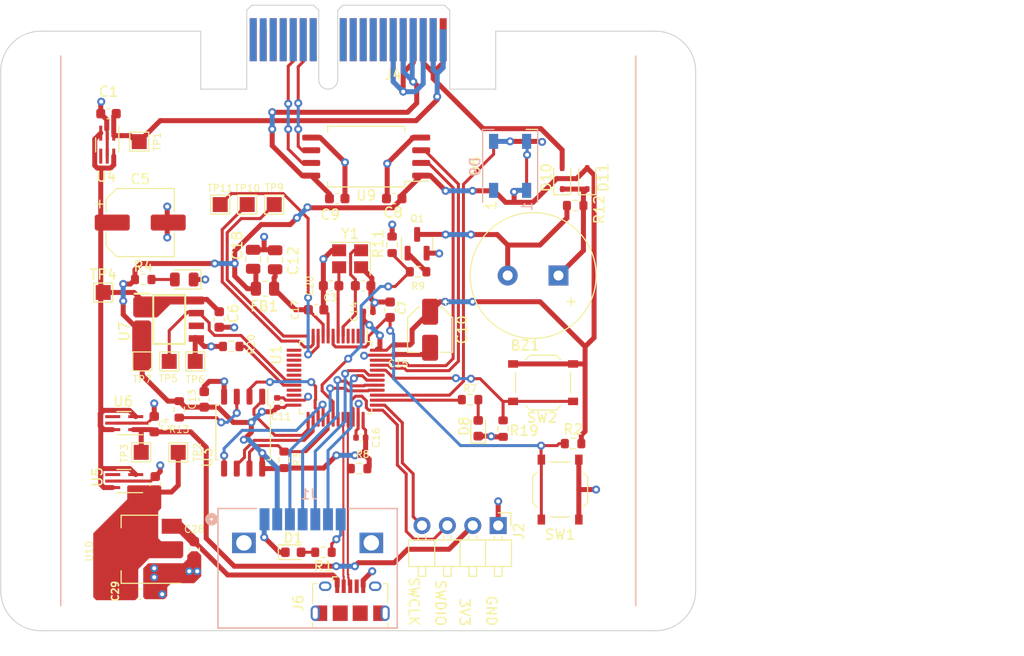
<source format=kicad_pcb>
(kicad_pcb (version 20221018) (generator pcbnew)
  (layers (0 "F.Cu" signal) (1 "In1.Cu" power) (2 "In2.Cu" power) (31 "B.Cu" signal) (34 "B.Paste" user) (35 "F.Paste" user) (36 "B.SilkS" user "B.Silkscreen") (37 "F.SilkS" user "F.Silkscreen") (38 "B.Mask" user) (39 "F.Mask" user) (44 "Edge.Cuts" user))
  (net 0 "")
  (net 1 "GND")
  (net 2 "V_PSU")
  (net 3 "+5V")
  (net 4 "+BATT")
  (net 5 "DB_LED")
  (net 6 "CAN_L")
  (net 7 "CAN_H")
  (net 8 "Net-(BZ1--)")
  (net 9 "Net-(BZ1-+)")
  (net 10 "V_REGUSB")
  (net 11 "OSC_IN")
  (net 12 "V_SWD")
  (net 13 "V_MUX")
  (net 14 "STM_RESET")
  (net 15 "+3.3V")
  (net 16 "+3.3VA")
  (net 17 "OSC_OUT")
  (net 18 "/USB_5V")
  (net 19 "Net-(D4-A)")
  (net 20 "Net-(D5-DOUT)")
  (net 21 "RGB_DATA")
  (net 22 "Net-(D8-A)")
  (net 24 "SWDIO")
  (net 25 "SWCLK")
  (net 26 "EXTINT_GPS")
  (net 27 "RST_GPS")
  (net 28 "SDA_GPS")
  (net 29 "SCL_GPS")
  (net 30 "USB_D-")
  (net 31 "USB_D+")
  (net 34 "Net-(Q1-G)")
  (net 35 "RESET_FL")
  (net 36 "BUZZER")
  (net 37 "Net-(U3-IO2)")
  (net 38 "BOOT0")
  (net 39 "BOOT1")
  (net 40 "CURR_SENSE")
  (net 41 "Net-(U1-PA2)")
  (net 42 "Net-(U1-PA1)")
  (net 43 "Net-(U1-PA0)")
  (net 54 "CS_FL")
  (net 55 "SCK_FL")
  (net 56 "MISO_FL")
  (net 57 "MOSI_FL")
  (net 59 "CAN_RX")
  (net 60 "CAN_TX")
  (net 66 "Net-(D1-A)")
  (net 67 "Net-(J1-Pad7)")
  (footprint "Resistor_SMD:R_0603_1608Metric" (layer "F.Cu") (at 36.4 45 180)
    (fp_text reference "R4")
    (fp_text value "820R")
  )
  (footprint "Capacitor_SMD:C_0603_1608Metric" (layer "F.Cu") (at 32.925 28.4 180)
    (fp_text reference "C1")
    (fp_text value "1uF")
  )
  (footprint "Resistor_SMD:R_0603_1608Metric" (layer "F.Cu") (at 61.291352 41.5255 -90)
    (fp_text reference "R11")
    (fp_text value "10k")
  )
  (footprint "LED_SMD:LED_0603_1608Metric" (layer "F.Cu") (at 69.9 59.8875 90)
    (fp_text reference "D8")
    (fp_text value "DB_LED (YLW)")
  )
  (footprint "Capacitor_SMD:C_0805_2012Metric" (layer "F.Cu") (at 49.591352 43.0255 90)
    (fp_text reference "C12")
    (fp_text value "1uF")
  )
  (footprint "Resistor_SMD:R_0603_1608Metric" (layer "F.Cu") (at 79.6 37.6)
    (fp_text reference "R12")
    (fp_text value "1k")
  )
  (footprint "Package_TO_SOT_SMD:SOT-23" (layer "F.Cu") (at 63.791352 41.4255 90)
    (fp_text reference "Q1")
    (fp_text value "AO3400A")
  )
  (footprint "Package_TO_SOT_SMD:SOT-223-3_TabPin2" (layer "F.Cu") (at 36.1 72 180)
    (fp_text reference "U10")
    (fp_text value "AMS1117-3.3")
  )
  (footprint "Capacitor_SMD:C_0603_1608Metric" (layer "F.Cu") (at 53.691352 48.0255)
    (fp_text reference "C17")
    (fp_text value "10n")
  )
  (footprint "Resistor_SMD:R_0603_1608Metric" (layer "F.Cu") (at 63.891352 44.2255 180)
    (fp_text reference "R9")
    (fp_text value "510R")
  )
  (footprint "Resistor_SMD:R_0603_1608Metric" (layer "F.Cu") (at 40 58 90)
    (fp_text reference "R13")
    (fp_text value "10k")
  )
  (footprint "Resistor_SMD:R_0603_1608Metric" (layer "F.Cu") (at 57.991352 63.9255)
    (fp_text reference "R8")
    (fp_text value "1.5k")
  )
  (footprint "Capacitor_SMD:CP_Elec_6.3x5.9" (layer "F.Cu") (at 36.1 39.3)
    (fp_text reference "C5")
    (fp_text value "100uF")
  )
  (footprint "Capacitor_SMD:C_0603_1608Metric" (layer "F.Cu") (at 61.091352 48.0255 90)
    (fp_text reference "C7")
    (fp_text value "100nF")
  )
  (footprint "Capacitor_SMD:C_0603_1608Metric" (layer "F.Cu") (at 55.8 36.9 180)
    (fp_text reference "C9")
    (fp_text value "0.1u")
  )
  (footprint "Diode_SMD:D_SOD-323" (layer "F.Cu") (at 80.8 34.9 90)
    (fp_text reference "D11")
    (fp_text value "1N5819WS")
  )
  (footprint "TestPoint:TestPoint_Pad_1.5x1.5mm" (layer "F.Cu") (at 36.2 62.3 180)
    (fp_text reference "TP3")
    (fp_text value "TP_VSWD")
  )
  (footprint "LED_SMD:LED_0603_1608Metric" (layer "F.Cu") (at 51.4 72.3)
    (fp_text reference "D1")
    (fp_text value "PPS_LED (YLW)")
  )
  (footprint "TestPoint:TestPoint_Pad_1.5x1.5mm" (layer "F.Cu") (at 36.3 53.2)
    (fp_text reference "TP7")
    (fp_text value "TP_3V3")
  )
  (footprint "footprints:Buzzer_12.6x9.5RM5.0" (layer "F.Cu") (at 79.2 44.6 180)
    (fp_text reference "BZ1")
    (fp_text value "PKM13EPYH4000")
  )
  (footprint "Capacitor_SMD:C_0603_1608Metric" (layer "F.Cu") (at 37.5 59.475 90)
    (fp_text reference "C4")
    (fp_text value "1uF")
  )
  (footprint "LMR66100:SC-70-6_Handsoldering" (layer "F.Cu") (at 34.5 59.375 180)
    (fp_text reference "U6")
    (fp_text value "LM66100DCKR")
  )
  (footprint "Resistor_SMD:R_0805_2012Metric" (layer "F.Cu") (at 48.578852 45.9255 180)
    (fp_text reference "FB1")
    (fp_text value "100R")
  )
  (footprint "LED_SMD:LED_WS2812B_PLCC4_5.0x5.0mm_P3.2mm" (layer "F.Cu") (at 73.091352 33.6255 90)
    (fp_text reference "D5")
    (fp_text value "WS2812B")
  )
  (footprint "Button_Switch_SMD:SW_Push_1P1T_XKB_TS-1187A" (layer "F.Cu") (at 78.091352 66.0255 -90)
    (fp_text reference "SW1")
    (fp_text value "SW_STM_RESET")
  )
  (footprint "Capacitor_SMD:C_0603_1608Metric" (layer "F.Cu") (at 44 49 -90)
    (fp_text reference "C6")
    (fp_text value "0.1uF")
  )
  (footprint "TestPoint:TestPoint_Pad_1.5x1.5mm" (layer "F.Cu") (at 39.9 62.3 -90)
    (fp_text reference "TP2")
    (fp_text value "TP_VUSB")
  )
  (footprint "Capacitor_SMD:C_0402_1005Metric" (layer "F.Cu") (at 58.891352 48.2255)
    (fp_text reference "C14")
    (fp_text value "100n")
  )
  (footprint "Connector_PCBEdge:BUS_PCIexpress_x1" (layer "F.Cu") (at 66.4 21 180)
    (fp_text reference "J4")
    (fp_text value "Stack Male Edge Connector")
    (fp_line (start -0.65 -4.95) (end -0.65 2.95) (stroke (width 0.1)) (layer "Edge.Cuts"))
    (fp_line (start -0.65 2.95) (end -0.15 3.45) (stroke (width 0.1)) (layer "Edge.Cuts"))
    (fp_line (start -0.15 3.45) (end 10.05 3.45) (stroke (width 0.1)) (layer "Edge.Cuts"))
    (fp_line (start 10.55 -4) (end 10.55 2.95) (stroke (width 0.1)) (layer "Edge.Cuts"))
    (fp_line (start 10.55 2.95) (end 10.05 3.45) (stroke (width 0.1)) (layer "Edge.Cuts"))
    (fp_line (start 12.45 -4) (end 12.45 2.95) (stroke (width 0.1)) (layer "Edge.Cuts"))
    (fp_line (start 12.45 2.95) (end 12.95 3.45) (stroke (width 0.1)) (layer "Edge.Cuts"))
    (fp_line (start 12.95 3.45) (end 19.15 3.45) (stroke (width 0.1)) (layer "Edge.Cuts"))
    (fp_line (start 19.65 -4.95) (end 19.65 2.95) (stroke (width 0.1)) (layer "Edge.Cuts"))
    (fp_line (start 19.65 2.95) (end 19.15 3.45) (stroke (width 0.1)) (layer "Edge.Cuts"))
    (fp_arc (start 10.55 -4) (mid 11.5 -4.95) (end 12.45 -4) (stroke (width 0.1)) (layer "Edge.Cuts"))
  )
  (footprint "TestPoint:TestPoint_Pad_1.5x1.5mm" (layer "F.Cu") (at 46.8 37.5)
    (fp_text reference "TP10")
    (fp_text value "TP_PA1")
  )
  (footprint "Resistor_SMD:R_0603_1608Metric" (layer "F.Cu") (at 50.491352 63.0505 -90)
    (fp_text reference "R3")
    (fp_text value "10k")
  )
  (footprint "Capacitor_SMD:C_0402_1005Metric" (layer "F.Cu") (at 49.791352 57.3255 90)
    (fp_text reference "C11")
    (fp_text value "100n")
  )
  (footprint "Capacitor_SMD:C_0603_1608Metric" (layer "F.Cu") (at 55.191352 45.6255 180)
    (fp_text reference "C20")
    (fp_text value "10p")
  )
  (footprint "Resistor_SMD:R_0603_1608Metric" (layer "F.Cu") (at 69.091352 57.0255 180)
    (fp_text reference "R7")
    (fp_text value "560R")
  )
  (footprint "Capacitor_SMD:C_0603_1608Metric" (layer "F.Cu") (at 36.1 76.5)
    (fp_text reference "C29")
    (fp_text value "10uF")
  )
  (footprint "ISO1042:SOIC-8 ISO1042BDWV" (layer "F.Cu") (at 58.7 32.7 180)
    (fp_text reference "U9")
    (fp_text value "ISO1042BQDWVR")
  )
  (footprint "LMR66100:SC-70-6_Handsoldering" (layer "F.Cu") (at 32.8 31.5 -90)
    (fp_text reference "U4")
    (fp_text value "LM66100DCKR")
  )
  (footprint "TestPoint:TestPoint_Pad_1.5x1.5mm" (layer "F.Cu") (at 41.6 53.2)
    (fp_text reference "TP6")
    (fp_text value "TP_GND")
  )
  (footprint "Package_QFP:LQFP-48_7x7mm_P0.5mm" (layer "F.Cu") (at 55.641352 54.8255 -90)
    (fp_text reference "U1")
    (fp_text value "STM32F103CBTx")
  )
  (footprint "Crystal:Crystal_SMD_3225-4Pin_3.2x2.5mm" (layer "F.Cu") (at 57.091352 42.9255 180)
    (fp_text reference "Y1")
    (fp_text value "X322516MMB4SI")
  )
  (footprint "Package_SO:SOIC-8_5.23x5.23mm_P1.27mm" (layer "F.Cu") (at 46.391352 60.3255 -90)
    (fp_text reference "U3")
    (fp_text value "W25Q128JVS")
  )
  (footprint "Capacitor_SMD:C_0603_1608Metric" (layer "F.Cu") (at 37.6 65.5 90)
    (fp_text reference "C2" hide)
    (fp_text value "1uF")
  )
  (footprint "TestPoint:TestPoint_Pad_1.5x1.5mm" (layer "F.Cu") (at 32.4 46.3)
    (fp_text reference "TP4")
    (fp_text value "TP_MUX")
  )
  (footprint "Resistor_SMD:R_0603_1608Metric" (layer "F.Cu") (at 54.425 72.3)
    (fp_text reference "R1")
    (fp_text value "560R")
  )
  (footprint "TestPoint:TestPoint_Pad_1.5x1.5mm" (layer "F.Cu") (at 39 53.2)
    (fp_text reference "TP5")
    (fp_text value "TP_ISENSE")
  )
  (footprint "Capacitor_SMD:C_0603_1608Metric" (layer "F.Cu") (at 42.5 57 90)
    (fp_text reference "C13")
    (fp_text value "100nF")
  )
  (footprint "Resistor_SMD:R_0603_1608Metric" (layer "F.Cu") (at 45.2 51.7)
    (fp_text reference "R20")
    (fp_text value "100k")
  )
  (footprint "Capacitor_SMD:C_0805_2012Metric" (layer "F.Cu") (at 47.391352 42.9755 90)
    (fp_text reference "C18")
    (fp_text value "1uF")
  )
  (footprint "Capacitor_SMD:C_0402_1005Metric" (layer "F.Cu") (at 61.541352 52.0255 -90)
    (fp_text reference "C15")
    (fp_text value "100n")
  )
  (footprint "TestPoint:TestPoint_Pad_1.5x1.5mm" (layer "F.Cu") (at 44.1 37.5)
    (fp_text reference "TP11")
    (fp_text value "TP_PA0")
  )
  (footprint "Resistor_SMD:R_0603_1608Metric" (layer "F.Cu") (at 79.391352 61.4255)
    (fp_text reference "R2")
    (fp_text value "10k")
  )
  (footprint "TestPoint:TestPoint_Pad_1.5x1.5mm" (layer "F.Cu") (at 49.5 37.5)
    (fp_text reference "TP9")
    (fp_text value "TP_PA2")
  )
  (footprint "Diode_SMD:D_SOD-323" (layer "F.Cu") (at 78.3 34.9 90)
    (fp_text reference "D10")
    (fp_text value "1N5819WS")
  )
  (footprint "Capacitor_SMD:C_0603_1608Metric" (layer "F.Cu") (at 61.5 36.9)
    (fp_text reference "C8")
    (fp_text value "0.1u")
  )
  (footprint "TestPoint:TestPoint_Pad_1.5x1.5mm" (layer "F.Cu") (at 36 31.2 180)
    (fp_text reference "TP1")
    (fp_text value "TP_VSTACK")
  )
  (footprint "SWD_Header:SWD_PinHeader_1x04_P2.54mm_Horizontal" (layer "F.Cu") (at 71.9 69.625 -90)
    (fp_text reference "J2")
    (fp_text value "SWD_01x04_Pin")
  )
  (footprint "Capacitor_SMD:C_0402_1005Metric" (layer "F.Cu") (at 58.161352 60.8255 180)
    (fp_text reference "C16")
    (fp_text value "100n")
  )
  (footprint "footprints:SOIC127P600X175-8N" (layer "F.Cu") (at 39 49)
    (fp_text reference "U7")
    (fp_text value "ACS70331EOLC" hide)
  )
  (footprint "Button_Switch_SMD:SW_Push_1P1T_XKB_TS-1187A" (layer "F.Cu") (at 76.391352 55.3255 180)
    (fp_text reference "SW2")
    (fp_text value "SW_STM_BOOT_MODE")
  )
  (footprint "Capacitor_SMD:CP_Elec_4x5.4" (layer "F.Cu") (at 65.091352 50.0255 -90)
    (fp_text reference "C10")
    (fp_text value "10uF")
  )
  (footprint "Resistor_SMD:R_0603_1608Metric" (layer "F.Cu") (at 72.391352 59.9255 90)
    (fp_text reference "R19")
    (fp_text value "100k")
  )
  (footprint "Capacitor_SMD:C_0603_1608Metric" (layer "F.Cu") (at 41.5 72 -90)
    (fp_text reference "C28")
    (fp_text value "10uF")
  )
  (footprint "LED_SMD:LED_0805_2012Metric" (layer "F.Cu") (at 40.5 45 180)
    (fp_text reference "D4" hide)
    (fp_text value "PWR_LED (GRN)")
  )
  (footprint "Connector_USB:USB_Micro-B_Amphenol_10118194_Horizontal" (layer "F.Cu") (at 57.1 77.1)
    (fp_text reference "J6")
    (fp_text value "USB_B_Micro")
  )
  (footprint "LMR66100:SC-70-6_Handsoldering" (layer "F.Cu") (at 34.5 65.175 180)
    (fp_text reference "U5")
    (fp_text value "LM66100DCKR")
  )
  (footprint "Capacitor_SMD:C_0603_1608Metric" (layer "F.Cu") (at 58.391352 45.6255)
    (fp_text reference "C3")
    (fp_text value "10p")
  )
  (footprint "LED_SMD:LED_WS2812B_PLCC4_5.0x5.0mm_P3.2mm" (layer "B.Cu") (at 73.091352 33.6255 90)
    (fp_text reference "D9")
    (fp_text value "WS2812B")
  )
  (footprint "footprints:CONN_47080-4001_MOL_SATA" (layer "B.Cu") (at 52.839999 73.904699 180)
    (fp_text reference "J1")
    (fp_text value "470804001")
  )
  (gr_line locked (start 85.65 22.65) (end 85.65 77.65) (stroke (width 0.15)) (layer "B.SilkS"))
  (gr_line locked (start 28.15 22.65) (end 28.15 77.65) (stroke (width 0.15)) (layer "B.SilkS"))
  (gr_line locked (start 28.15 22.65) (end 28.15 77.65) (stroke (width 0.15)) (layer "F.SilkS"))
  (gr_line locked (start 85.65 22.65) (end 85.65 77.65) (stroke (width 0.15)) (layer "F.SilkS"))
  (gr_arc locked (start 91.65 76.15) (mid 90.478427 78.978427) (end 87.65 80.15) (stroke (width 0.1)) (layer "Edge.Cuts"))
  (gr_line (start 42.15 25.95) (end 46.75 25.95) (stroke (width 0.1)) (layer "Edge.Cuts"))
  (gr_line (start 22.15 24.15) (end 22.15 76.15) (stroke (width 0.1)) (layer "Edge.Cuts"))
  (gr_arc locked (start 87.65 20.15) (mid 90.478427 21.321573) (end 91.65 24.15) (stroke (width 0.1)) (layer "Edge.Cuts"))
  (gr_line locked (start 26.15 80.15) (end 87.65 80.15) (stroke (width 0.1)) (layer "Edge.Cuts"))
  (gr_line (start 71.65 20.15) (end 87.65 20.15) (stroke (width 0.1)) (layer "Edge.Cuts"))
  (gr_line (start 26.15 20.15) (end 42.15 20.15) (stroke (width 0.1)) (layer "Edge.Cuts"))
  (gr_arc (start 22.15 24.15) (mid 23.321573 21.321573) (end 26.15 20.15) (stroke (width 0.1)) (layer "Edge.Cuts"))
  (gr_line (start 71.65 25.95) (end 71.65 20.15) (stroke (width 0.1)) (layer "Edge.Cuts"))
  (gr_arc (start 26.15 80.15) (mid 23.321573 78.978427) (end 22.15 76.15) (stroke (width 0.1)) (layer "Edge.Cuts"))
  (gr_line locked (start 91.65 24.15) (end 91.65 76.15) (stroke (width 0.1)) (layer "Edge.Cuts"))
  (gr_line (start 67.05 25.95) (end 71.65 25.95) (stroke (width 0.1)) (layer "Edge.Cuts"))
  (gr_line (start 42.15 25.95) (end 42.15 20.15) (stroke (width 0.1)) (layer "Edge.Cuts"))
  (segment (start 61.4 25.2) (end 61.4 21) (width 0.5) (layer "F.Cu") (net 1))
  (segment (start 64.411352 52.5055) (end 61.541352 52.5055) (width 0.5) (layer "F.Cu") (net 1))
  (segment (start 36.825 59.375) (end 37.5 58.7) (width 0.3) (layer "F.Cu") (net 1))
  (segment (start 73.091352 31.1755) (end 74.741352 31.1755) (width 0.5) (layer "F.Cu") (net 1))
  (segment (start 60.8 33.4) (end 60.8 36.825) (width 0.5) (layer "F.Cu") (net 1))
  (segment (start 56.575 36.9) (end 56.575 33.27) (width 0.5) (layer "F.Cu") (net 1))
  (segment (start 57.891352 58.988) (end 57.891352 59.9255) (width 0.3) (layer "F.Cu") (net 1))
  (segment (start 32.8 32.65) (end 32.8 30.35) (width 0.3) (layer "F.Cu") (net 1))
  (segment (start 55.291352 42.0755) (end 54.416352 42.9505) (width 0.5) (layer "F.Cu") (net 1))
  (segment (start 41.4375 45) (end 42.6 45) (width 0.5) (layer "F.Cu") (net 1))
  (segment (start 37.5 57.4) (end 37.5 58.7) (width 0.5) (layer "F.Cu") (net 1))
  (segment (start 32.75 29) (end 32.75 29.96005) (width 0.5) (layer "F.Cu") (net 1))
  (segment (start 71.2 60.7) (end 71.2505 60.7505) (width 0.5) (layer "F.Cu") (net 1))
  (segment (start 59.371352 47.505454) (end 59.561329 47.315477) (width 0.5) (layer "F.Cu") (net 1))
  (segment (start 55.991352 42.0755) (end 55.291352 42.0755) (width 0.5) (layer "F.Cu") (net 1))
  (segment (start 59.266352 44.8505) (end 58.191352 43.7755) (width 0.5) (layer "F.Cu") (net 1))
  (segment (start 44.486352 56.7255) (end 44.486352 55.213648) (width 0.5) (layer "F.Cu") (net 1))
  (segment (start 35.4 59.375) (end 33.6 59.375) (width 0.3) (layer "F.Cu") (net 1))
  (segment (start 60.8 36.825) (end 60.725 36.9) (width 0.5) (layer "F.Cu") (net 1))
  (segment (start 35.4 59.375) (end 36.825 59.375) (width 0.3) (layer "F.Cu") (net 1))
  (segment (start 54.891352 50.663) (end 54.891352 48.4505) (width 0.3) (layer "F.Cu") (net 1))
  (segment (start 49.541352 42.0255) (end 49.591352 42.0755) (width 0.5) (layer "F.Cu") (net 1))
  (segment (start 50.64031 57.0755) (end 50.41031 56.8455) (width 0.3) (layer "F.Cu") (net 1))
  (segment (start 74.741352 31.1755) (end 76.241352 31.1755) (width 0.5) (layer "F.Cu") (net 1))
  (segment (start 51.478852 57.0755) (end 52.541352 57.0755) (width 0.3) (layer "F.Cu") (net 1))
  (segment (start 48.491352 42.0255) (end 48.491352 40.7255) (width 0.5) (layer "F.Cu") (net 1))
  (segment (start 59.371352 48.3255) (end 59.371352 47.505454) (width 0.5) (layer "F.Cu") (net 1))
  (segment (start 63.4 23.3) (end 62.549312 24.150688) (width 0.5) (layer "F.Cu") (net 1))
  (segment (start 54.416352 45.6255) (end 54.416352 47.9755) (width 0.5) (layer "F.Cu") (net 1))
  (segment (start 37.15 65.175) (end 35.4 65.175) (width 0.3) (layer "F.Cu") (net 1))
  (segment (start 79.966352 66.0255) (end 79.966352 63.0255) (width 0.5) (layer "F.Cu") (net 1))
  (segment (start 38.1 63.6) (end 38.1 64.225) (width 0.5) (layer "F.Cu") (net 1))
  (segment (start 54.416352 47.9755) (end 54.466352 48.0255) (width 0.5) (layer "F.Cu") (net 1))
  (segment (start 41.612 50.805) (end 41.6 50.817) (width 0.5) (layer "F.Cu") (net 1))
  (segment (start 62.4 26.2) (end 61.4 25.2) (width 0.5) (layer "F.Cu") (net 1))
  (segment (start 44 49.775) (end 45.475 49.775) (width 0.5) (layer "F.Cu") (net 1))
  (segment (start 45.475 49.775) (end 45.5 49.8) (width 0.5) (layer "F.Cu") (net 1))
  (segment (start 38.8 39.3) (end 38.8 37.7) (width 0.5) (layer "F.Cu") (net 1))
  (segment (start 57.891352 59.9255) (end 57.681352 60.1355) (width 0.3) (layer "F.Cu") (net 1))
  (segment (start 50 72.3) (end 48.5 70.8) (width 0.5) (layer "F.Cu") (net 1))
  (segment (start 57.681352 60.1355) (end 57.681352 60.8255) (width 0.3) (layer "F.Cu") (net 1))
  (segment (start 43 55.2) (end 44.5 55.2) (width 0.5) (layer "F.Cu") (net 1))
  (segment (start 81.691352 66.0255) (end 79.966352 66.0255) (width 0.5) (layer "F.Cu") (net 1))
  (segment (start 59.561329 47.315477) (end 59.166352 46.9205) (width 0.5) (layer "F.Cu") (net 1))
  (segment (start 51.478852 57.0755) (end 50.64031 57.0755) (width 0.3) (layer "F.Cu") (net 1))
  (segment (start 59.266352 45.6255) (end 59.266352 44.8505) (width 0.5) (layer "F.Cu") (net 1))
  (segment (start 33.6 65.175) (end 35.4 65.175) (width 0.3) (layer "F.Cu") (net 1))
  (segment (start 61.091352 47.2505) (end 59.626306 47.2505) (width 0.5) (layer "F.Cu") (net 1))
  (segment (start 38.1 64.225) (end 37.6 64.725) (width 0.5) (layer "F.Cu") (net 1))
  (segment (start 57.891352 58.988) (end 57.891352 57.475) (width 0.3) (layer "F.Cu") (net 1))
  (segment (start 62.4 21) (end 62.4 24.001376) (width 0.5) (layer "F.Cu") (net 1))
  (segment (start 61.541352 52.5055) (end 61.471352 52.5755) (width 0.3) (layer "F.Cu") (net 1))
  (segment (start 37.6 64.725) (end 37.15 65.175) (width 0.3) (layer "F.Cu") (net 1))
  (segment (start 47.391352 42.0255) (end 48.491352 42.0255) (width 0.5) (layer "F.Cu") (net 1))
  (segment (start 41.6 50.817) (end 41.6 53.2) (width 0.5) (layer "F.Cu") (net 1))
  (segment (start 38.8 39.3) (end 38.8 40.8) (width 0.5) (layer "F.Cu") (net 1))
  (segment (start 65.091352 51.8255) (end 64.411352 52.5055) (width 0.5) (layer "F.Cu") (net 1))
  (segment (start 57.891352 57.475) (end 57.940852 57.4255) (width 0.3) (layer "F.Cu") (net 1))
  (segment (start 42.5 56.225) (end 42.5 55.7) (width 0.5) (layer "F.Cu") (net 1))
  (segment (start 59.626306 47.2505) (end 59.561329 47.315477) (width 0.5) (layer "F.Cu") (net 1))
  (segment (start 58.541352 52.5755) (end 58.491352 52.6255) (width 0.3) (layer "F.Cu") (net 1))
  (segment (start 32.15 28.4) (end 32.75 29) (width 0.5) (layer "F.Cu") (net 1))
  (segment (start 58.4 75.7) (end 58.4 75.1) (width 0.5) (layer "F.Cu") (net 1))
  (segment (start 53.2 30.795) (end 54.1 30.795) (width 0.5) (layer "F.Cu") (net 1))
  (segment (start 32.15 27.25) (end 32.2 27.2) (width 0.5) (layer "F.Cu") (net 1))
  (segment (start 79.966352 69.0255) (end 79.966352 66.0255) (width 0.5) (layer "F.Cu") (net 1))
  (segment (start 43.2 51.7) (end 44.375 51.7) (width 0.5) (layer "F.Cu") (net 1))
  (segment (start 61.3 39.5) (end 61.3 40.691852) (width 0.5) (layer "F.Cu") (net 1))
  (segment (start 48.491352 42.0255) (end 49.541352 42.0255) (width 0.5) (layer "F.Cu") (net 1))
  (segment (start 43.2 51.7) (end 42.507 51.7) (width 0.5) (layer "F.Cu") (net 1))
  (segment (start 65.963 42.363) (end 64.741352 42.363) (width 0.5) (layer "F.Cu") (net 1))
  (segment (start 54.416352 42.9505) (end 54.416352 45.6255) (width 0.5) (layer "F.Cu") (net 1))
  (segment (start 50.41031 56.8455) (end 49.791352 56.8455) (width 0.3) (layer "F.Cu") (net 1))
  (segment (start 76.241352 31.1755) (end 76.291352 31.2255) (width 0.5) (layer "F.Cu") (net 1))
  (segment (start 32.15 28.4) (end 32.15 27.25) (width 0.5) (layer "F.Cu") (net 1))
  (segment (start 71.175 60.675) (end 71.2 60.7) (width 0.5) (layer "F.Cu") (net 1))
  (segment (start 63.3 30.795) (end 64.2 30.795) (width 0.5) (layer "F.Cu") (net 1))
  (segment (start 54.891352 48.4505) (end 54.466352 48.0255) (width 0.3) (layer "F.Cu") (net 1))
  (segment (start 42.5 55.7) (end 43 55.2) (width 0.5) (layer "F.Cu") (net 1))
  (segment (start 71.9 69.625) (end 71.9 67.2) (width 0.5) (layer "F.Cu") (net 1))
  (segment (start 63.405 30.795) (end 60.8 33.4) (width 0.5) (layer "F.Cu") (net 1))
  (segment (start 69.9 60.675) (end 71.175 60.675) (width 0.5) (layer "F.Cu") (net 1))
  (segment (start 59.803852 52.5755) (end 58.541352 52.5755) (width 0.3) (layer "F.Cu") (net 1))
  (segment (start 61.3 40.691852) (end 61.291352 40.7005) (width 0.5) (layer "F.Cu") (net 1))
  (segment (start 62.4 26.2) (end 62.4 24.001376) (width 0.5) (layer "F.Cu") (net 1))
  (segment (start 42.507 51.7) (end 41.612 50.805) (width 0.5) (layer "F.Cu") (net 1))
  (segment (start 64.2 30.795) (end 63.405 30.795) (width 0.5) (layer "F.Cu") (net 1))
  (segment (start 58.4 75.1) (end 59.3 74.2) (width 0.5) (layer "F.Cu") (net 1))
  (segment (start 71.2505 60.7505) (end 72.391352 60.7505) (width 0.5) (layer "F.Cu") (net 1))
  (segment (start 54.1 30.795) (end 56.575 33.27) (width 0.5) (layer "F.Cu") (net 1))
  (segment (start 52.541352 57.0755) (end 52.891352 56.7255) (width 0.3) (layer "F.Cu") (net 1))
  (segment (start 59.166352 46.9205) (end 59.166352 45.6255) (width 0.5) (layer "F.Cu") (net 1))
  (segment (start 50.6125 72.3) (end 50 72.3) (width 0.5) (layer "F.Cu") (net 1))
  (segment (start 66 42.4) (end 65.963 42.363) (width 0.5) (layer "F.Cu") (net 1))
  (segment (start 61.471352 52.5755) (end 59.803852 52.5755) (width 0.3) (layer "F.Cu") (net 1))
  (segment (start 62.4 24.001376) (end 62.549312 24.150688) (width 0.5) (layer "F.Cu") (net 1))
  (segment (start 44.486352 55.213648) (end 44.5 55.2) (width 0.5) (layer "F.Cu") (net 1))
  (segment (start 63.4 21) (end 63.4 23.3) (width 0.5) (layer "F.Cu") (net 1))
  (via (at 56.575 33.27) (size 0.8) (drill 0.4) (layers "F.Cu" "B.Cu") (net 1))
  (via (at 43.2 51.7) (size 0.8) (drill 0.4) (layers "F.Cu" "B.Cu") (net 1))
  (via (at 54.416352 42.9505) (size 0.8) (drill 0.4) (layers "F.Cu" "B.Cu") (net 1))
  (via (at 71.9 67.2) (size 0.8) (drill 0.4) (layers "F.Cu" "B.Cu") (net 1))
  (via (at 71.2 60.7) (size 0.8) (drill 0.4) (layers "F.Cu" "B.Cu") (net 1))
  (via (at 38.8 37.7) (size 0.8) (drill 0.4) (layers "F.Cu" "B.Cu") (net 1))
  (via (at 66 42.4) (size 0.8) (drill 0.4) (layers "F.Cu" "B.Cu") (net 1))
  (via (at 76.291352 31.2255) (size 0.8) (drill 0.4) (layers "F.Cu" "B.Cu") (net 1))
  (via (at 38.3 76.5) (size 0.8) (drill 0.4) (layers "F.Cu" "B.Cu") (net 1))
  (via (at 59.561329 47.315477) (size 0.8) (drill 0.4) (layers "F.Cu" "B.Cu") (net 1))
  (via (at 61.3 39.5) (size 0.8) (drill 0.4) (layers "F.Cu" "B.Cu") (net 1))
  (via (at 60.8 33.4) (size 0.8) (drill 0.4) (layers "F.Cu" "B.Cu") (net 1))
  (via (at 59.3 74.2) (size 0.8) (drill 0.4) (layers "F.Cu" "B.Cu") (net 1))
  (via (at 62.4 26.2) (size 0.8) (drill 0.4) (layers "F.Cu" "B.Cu") (net 1))
  (via (at 41 74.2) (size 0.8) (drill 0.4) (layers "F.Cu" "B.Cu") (net 1))
  (via (at 41.8 74.2) (size 0.8) (drill 0.4) (layers "F.Cu" "B.Cu") (net 1))
  (via (at 37.5 74.8) (size 0.8) (drill 0.4) (layers "F.Cu" "B.Cu") (net 1))
  (via (at 58.491352 52.6255) (size 0.8) (drill 0.4) (layers "F.Cu" "B.Cu") (net 1))
  (via (at 38.1 63.6) (size 0.8) (drill 0.4) (layers "F.Cu" "B.Cu") (net 1))
  (via (at 48.5 70.8) (size 0.8) (drill 0.4) (layers "F.Cu" "B.Cu") (net 1))
  (via (at 73.091352 31.1755) (size 0.8) (drill 0.4) (layers "F.Cu" "B.Cu") (net 1))
  (via (at 38.8 40.8) (size 0.8) (drill 0.4) (layers "F.Cu" "B.Cu") (net 1))
  (via (at 81.691352 66.0255) (size 0.8) (drill 0.4) (layers "F.Cu" "B.Cu") (net 1))
  (via (at 42.6 45) (size 0.8) (drill 0.4) (layers "F.Cu" "B.Cu") (net 1))
  (via (at 57.940852 57.4255) (size 0.8) (drill 0.4) (layers "F.Cu" "B.Cu") (net 1))
  (via (at 52.891352 56.7255) (size 0.8) (drill 0.4) (layers "F.Cu" "B.Cu") (net 1))
  (via (at 37.5 57.4) (size 0.8) (drill 0.4) (layers "F.Cu" "B.Cu") (net 1))
  (via (at 48.491352 40.7255) (size 0.8) (drill 0.4) (layers "F.Cu" "B.Cu") (net 1))
  (via (at 45.5 49.8) (size 0.8) (drill 0.4) (layers "F.Cu" "B.Cu") (net 1))
  (via (at 37.5 73.9) (size 0.8) (drill 0.4) (layers "F.Cu" "B.Cu") (net 1))
  (via (at 44.5 55.2) (size 0.8) (drill 0.4) (layers "F.Cu" "B.Cu") (net 1))
  (via (at 32.2 27.2) (size 0.8) (drill 0.4) (layers "F.Cu" "B.Cu") (net 1))
  (segment (start 48.5 69.03) (end 48.53 69) (width 0.5) (layer "B.Cu") (net 1))
  (segment (start 63.600706 26.2) (end 64.4 25.400706) (width 0.5) (layer "B.Cu") (net 1))
  (segment (start 61.4 25.2) (end 61.4 21) (width 0.5) (layer "B.Cu") (net 1))
  (segment (start 62.4 26.2) (end 61.4 25.2) (width 0.5) (layer "B.Cu") (net 1))
  (segment (start 48.5 70.8) (end 48.5 69.03) (width 0.5) (layer "B.Cu") (net 1))
  (segment (start 73.091352 31.1755) (end 71.441352 31.1755) (width 0.5) (layer "B.Cu") (net 1))
  (segment (start 64.4 25.400706) (end 64.4 21) (width 0.5) (layer "B.Cu") (net 1))
  (segment (start 62.4 26.2) (end 63.600706 26.2) (width 0.5) (layer "B.Cu") (net 1))
  (segment (start 65.8 27) (end 63.7 29.1) (width 0.5) (layer "F.Cu") (net 2))
  (segment (start 63.7 29.1) (end 38.1 29.1) (width 0.5) (layer "F.Cu") (net 2))
  (segment (start 35.1 30.6) (end 35.6 31.1) (width 0.5) (layer "F.Cu") (net 2))
  (segment (start 33.45 30.6) (end 35.1 30.6) (width 0.5) (layer "F.Cu") (net 2))
  (segment (start 33.45 30.35) (end 33.45 28.65) (width 0.5) (layer "F.Cu") (net 2))
  (segment (start 65.8 26.7) (end 65.8 27) (width 0.5) (layer "F.Cu") (net 2))
  (segment (start 33.45 28.65) (end 33.7 28.4) (width 0.5) (layer "F.Cu") (net 2))
  (segment (start 38.1 29.1) (end 36 31.2) (width 0.5) (layer "F.Cu") (net 2))
  (via (at 65.8 26.7) (size 0.8) (drill 0.4) (layers "F.Cu" "B.Cu") (net 2))
  (segment (start 65.4 21) (end 65.4 24) (width 0.5) (layer "B.Cu") (net 2))
  (segment (start 65.8 24.4) (end 66.4 23.8) (width 0.5) (layer "B.Cu") (net 2))
  (segment (start 65.4 24) (end 65.8 24.4) (width 0.5) (layer "B.Cu") (net 2))
  (segment (start 65.8 24.4) (end 65.8 26.7) (width 0.5) (layer "B.Cu") (net 2))
  (segment (start 66.4 23.8) (end 66.4 21.55) (width 0.5) (layer "B.Cu") (net 2))
  (segment (start 49.311727 28.262227) (end 49.3 28.2505) (width 0.5) (layer "F.Cu") (net 3))
  (segment (start 49.3 29.9495) (end 49.3 31.605) (width 0.5) (layer "F.Cu") (net 3))
  (segment (start 63.75 27.35) (end 62.9 28.2) (width 0.5) (layer "F.Cu") (net 3))
  (segment (start 52.3 34.605) (end 53.2 34.605) (width 0.5) (layer "F.Cu") (net 3))
  (segment (start 63.399312 25.199312) (end 63.75 25.55) (width 0.5) (layer "F.Cu") (net 3))
  (segment (start 62.837773 28.262227) (end 49.311727 28.262227) (width 0.5) (layer "F.Cu") (net 3))
  (segment (start 55.025 36.43) (end 53.2 34.605) (width 0.5) (layer "F.Cu") (net 3))
  (segment (start 55.025 36.9) (end 55.025 36.43) (width 0.5) (layer "F.Cu") (net 3))
  (segment (start 62.9 28.2) (end 62.837773 28.262227) (width 0.5) (layer "F.Cu") (net 3))
  (segment (start 49.3 31.605) (end 52.3 34.605) (width 0.5) (layer "F.Cu") (net 3))
  (segment (start 63.75 25.55) (end 63.75 27.35) (width 0.5) (layer "F.Cu") (net 3))
  (via (at 49.3 28.2505) (size 0.8) (drill 0.4) (layers "F.Cu" "B.Cu") (net 3))
  (via (at 63.399312 25.199312) (size 0.8) (drill 0.4) (layers "F.Cu" "B.Cu") (net 3))
  (via (at 49.3 29.9495) (size 0.8) (drill 0.4) (layers "F.Cu" "B.Cu") (net 3))
  (segment (start 63.3 25.1) (end 63.3 21.1) (width 0.5) (layer "B.Cu") (net 3))
  (segment (start 63.399312 25.199312) (end 62.4 24.2) (width 0.5) (layer "B.Cu") (net 3))
  (segment (start 49.3 28.2505) (end 49.3 29.9495) (width 0.5) (layer "B.Cu") (net 3))
  (segment (start 63.399312 25.199312) (end 63.3 25.1) (width 0.5) (layer "B.Cu") (net 3))
  (segment (start 63.3 21.1) (end 63.4 21) (width 0.5) (layer "B.Cu") (net 3))
  (segment (start 62.4 24.2) (end 62.4 21) (width 0.5) (layer "B.Cu") (net 3))
  (segment (start 65.4 24.3) (end 66.4 23.3) (width 0.5) (layer "F.Cu") (net 4))
  (segment (start 66.4 23.3) (end 66.4 21) (width 0.5) (layer "F.Cu") (net 4))
  (segment (start 76.167934 29.9) (end 70.4 29.9) (width 0.5) (layer "F.Cu") (net 4))
  (segment (start 64.4 23.3) (end 64.4 21) (width 0.5) (layer "F.Cu") (net 4))
  (segment (start 78.3 32.032066) (end 76.167934 29.9) (width 0.5) (layer "F.Cu") (net 4))
  (segment (start 78.3 33.85) (end 78.3 32.032066) (width 0.5) (layer "F.Cu") (net 4))
  (segment (start 70.4 29.9) (end 65.4 24.9) (width 0.5) (layer "F.Cu") (net 4))
  (segment (start 65.4 24.3) (end 64.4 23.3) (width 0.5) (layer "F.Cu") (net 4))
  (segment (start 65.4 21) (end 65.4 24.3) (width 0.5) (layer "F.Cu") (net 4))
  (segment (start 65.4 24.9) (end 65.4 24.3) (width 0.5) (layer "F.Cu") (net 4))
  (segment (start 59.803852 57.0755) (end 68.216352 57.0755) (width 0.3) (layer "F.Cu") (net 5))
  (segment (start 68.216352 57.0755) (end 68.266352 57.0255) (width 0.3) (layer "F.Cu") (net 5))
  (segment (start 51.9 27.3505) (end 51.9 23.7) (width 0.3) (layer "F.Cu") (net 6))
  (segment (start 52.4 23.2) (end 52.4 21) (width 0.3) (layer "F.Cu") (net 6))
  (segment (start 51.9 23.7) (end 52.4 23.2) (width 0.3) (layer "F.Cu") (net 6))
  (segment (start 53.2 32.065) (end 52.3 32.065) (width 0.3) (layer "F.Cu") (net 6))
  (segment (start 51.9 31.665) (end 51.9 29.9495) (width 0.3) (layer "F.Cu") (net 6))
  (segment (start 52.3 32.065) (end 51.9 31.665) (width 0.3) (layer "F.Cu") (net 6))
  (via (at 51.9 27.3505) (size 0.8) (drill 0.4) (layers "F.Cu" "B.Cu") (net 6))
  (via (at 51.9 29.9495) (size 0.8) (drill 0.4) (layers "F.Cu" "B.Cu") (net 6))
  (segment (start 51.9 29.9495) (end 51.9 27.3505) (width 0.3) (layer "B.Cu") (net 6))
  (segment (start 50.9 31.935) (end 50.9 29.9495) (width 0.3) (layer "F.Cu") (net 7))
  (segment (start 51.4 23.15) (end 51.4 21) (width 0.3) (layer "F.Cu") (net 7))
  (segment (start 50.902405 23.647595) (end 51.4 23.15) (width 0.3) (layer "F.Cu") (net 7))
  (segment (start 52.3 33.335) (end 50.9 31.935) (width 0.3) (layer "F.Cu") (net 7))
  (segment (start 50.902405 27.412227) (end 50.902405 23.647595) (width 0.3) (layer "F.Cu") (net 7))
  (segment (start 53.2 33.335) (end 52.3 33.335) (width 0.3) (layer "F.Cu") (net 7))
  (via (at 50.9 29.9495) (size 0.8) (drill 0.4) (layers "F.Cu" "B.Cu") (net 7))
  (via (at 50.902405 27.412227) (size 0.8) (drill 0.4) (layers "F.Cu" "B.Cu") (net 7))
  (segment (start 50.9 27.414632) (end 50.902405 27.412227) (width 0.3) (layer "B.Cu") (net 7))
  (segment (start 50.9 29.9495) (end 50.9 27.414632) (width 0.3) (layer "B.Cu") (net 7))
  (segment (start 77.93 44.6) (end 80.425 42.105) (width 0.5) (layer "F.Cu") (net 8))
  (segment (start 80.425 37.6) (end 80.425 36.316352) (width 0.5) (layer "F.Cu") (net 8))
  (segment (start 78.3 35.95) (end 80.791352 35.95) (width 0.5) (layer "F.Cu") (net 8))
  (segment (start 80.425 36.316352) (end 80.791352 35.95) (width 0.5) (layer "F.Cu") (net 8))
  (segment (start 80.425 42.105) (end 80.425 37.6) (width 0.5) (layer "F.Cu") (net 8))
  (segment (start 72.85 41.55) (end 71.8 40.5) (width 0.5) (layer "F.Cu") (net 9))
  (segment (start 72.85 41.55) (end 76.075 41.55) (width 0.5) (layer "F.Cu") (net 9))
  (segment (start 66.629852 40.488) (end 66.641852 40.5) (width 0.5) (layer "F.Cu") (net 9))
  (segment (start 72.85 44.6) (end 72.85 41.55) (width 0.5) (layer "F.Cu") (net 9))
  (segment (start 63.791352 40.488) (end 66.629852 40.488) (width 0.5) (layer "F.Cu") (net 9))
  (segment (start 71.8 40.5) (end 69.174896 40.5) (width 0.5) (layer "F.Cu") (net 9))
  (segment (start 76.075 41.55) (end 78.775 38.85) (width 0.5) (layer "F.Cu") (net 9))
  (segment (start 78.775 38.85) (end 78.775 37.6) (width 0.5) (layer "F.Cu") (net 9))
  (via (at 69.174896 40.5) (size 0.8) (drill 0.4) (layers "F.Cu" "B.Cu") (net 9))
  (via (at 66.641852 40.5) (size 0.8) (drill 0.4) (layers "F.Cu" "B.Cu") (net 9))
  (segment (start 66.641852 40.5) (end 69.174896 40.5) (width 0.5) (layer "B.Cu") (net 9))
  (segment (start 39.9 65.6) (end 39.9 62.2) (width 0.5) (layer "F.Cu") (net 10))
  (segment (start 39.9 65.6) (end 39.225 66.275) (width 0.5) (layer "F.Cu") (net 10))
  (segment (start 39.225 66.275) (end 37.6 66.275) (width 0.5) (layer "F.Cu") (net 10))
  (segment (start 57.491352 42.0755) (end 58.191352 42.0755) (width 0.3) (layer "F.Cu") (net 11))
  (segment (start 57.616352 48.5005) (end 57.616352 44.995476) (width 0.3) (layer "F.Cu") (net 11))
  (segment (start 57.141352 44.520476) (end 57.141352 42.4255) (width 0.3) (layer "F.Cu") (net 11))
  (segment (start 56.391352 50.663) (end 56.391352 49.824458) (width 0.3) (layer "F.Cu") (net 11))
  (segment (start 56.391352 49.7255) (end 57.616352 48.5005) (width 0.3) (layer "F.Cu") (net 11))
  (segment (start 57.141352 42.4255) (end 57.491352 42.0755) (width 0.3) (layer "F.Cu") (net 11))
  (segment (start 57.616352 44.995476) (end 57.141352 44.520476) (width 0.3) (layer "F.Cu") (net 11))
  (segment (start 56.391352 50.663) (end 56.391352 49.7255) (width 0.3) (layer "F.Cu") (net 11))
  (segment (start 57.565852 73.7) (end 57.915852 73.35) (width 0.5) (layer "F.Cu") (net 12))
  (segment (start 35.4 60.025) (end 36.3 60.025) (width 0.5) (layer "F.Cu") (net 12))
  (segment (start 36.2 60.125) (end 36.3 60.025) (width 0.5) (layer "F.Cu") (net 12))
  (segment (start 37.275 60.025) (end 37.5 60.25) (width 0.5) (layer "F.Cu") (net 12))
  (segment (start 42.7 70.9) (end 45.5 73.7) (width 0.5) (layer "F.Cu") (net 12))
  (segment (start 61.501472 73.35) (end 62.851472 72) (width 0.5) (layer "F.Cu") (net 12))
  (segment (start 37.5 60.25) (end 41.15 60.25) (width 0.5) (layer "F.Cu") (net 12))
  (segment (start 36.2 62.2) (end 36.2 60.125) (width 0.5) (layer "F.Cu") (net 12))
  (segment (start 57.915852 73.35) (end 61.501472 73.35) (width 0.5) (layer "F.Cu") (net 12))
  (segment (start 66.985 72) (end 69.36 69.625) (width 0.5) (layer "F.Cu") (net 12))
  (segment (start 41.15 60.25) (end 42.7 61.8) (width 0.5) (layer "F.Cu") (net 12))
  (segment (start 42.7 61.8) (end 42.7 70.9) (width 0.5) (layer "F.Cu") (net 12))
  (segment (start 66.985 72) (end 62.851472 72) (width 0.5) (layer "F.Cu") (net 12))
  (segment (start 36.3 60.025) (end 37.275 60.025) (width 0.5) (layer "F.Cu") (net 12))
  (segment (start 45.5 73.7) (end 55.7 73.7) (width 0.5) (layer "F.Cu") (net 12))
  (via (at 55.7 73.7) (size 0.8) (drill 0.4) (layers "F.Cu" "B.Cu") (net 12))
  (via (at 57.565852 73.7) (size 0.8) (drill 0.4) (layers "F.Cu" "B.Cu") (net 12))
  (segment (start 55.7 73.7) (end 57.565852 73.7) (width 0.5) (layer "B.Cu") (net 12))
  (segment (start 32.438604 58.1) (end 35.025 58.1) (width 0.5) (layer "F.Cu") (net 13))
  (segment (start 33.35 60.025) (end 32.463604 60.025) (width 0.5) (layer "F.Cu") (net 13))
  (segment (start 35.05 63.925) (end 35.65 64.525) (width 0.5) (layer "F.Cu") (net 13))
  (segment (start 32.1 59.661396) (end 32.1 58.438604) (width 0.5) (layer "F.Cu") (net 13))
  (segment (start 32.275 63.925) (end 35.05 63.925) (width 0.5) (layer "F.Cu") (net 13))
  (segment (start 31.55 30.95) (end 32.15 30.35) (width 0.5) (layer "F.Cu") (net 13))
  (segment (start 32.1 33.85) (end 31.813604 33.85) (width 0.5) (layer "F.Cu") (net 13))
  (segment (start 32.15 64.05) (end 32.275 63.925) (width 0.5) (layer "F.Cu") (net 13))
  (segment (start 32.1 33.85) (end 33.136396 33.85) (width 0.5) (layer "F.Cu") (net 13))
  (segment (start 33.45 32.65) (end 33.45 33.536396) (width 0.5) (layer "F.Cu") (net 13))
  (segment (start 32.15 65.511396) (end 32.15 64.7) (width 0.5) (layer "F.Cu") (net 13))
  (segment (start 31.813604 33.85) (end 31.55 33.586396) (width 0.5) (layer "F.Cu") (net 13))
  (segment (start 33.45 33.536396) (end 33.136396 33.85) (width 0.5) (layer "F.Cu") (net 13))
  (segment (start 35.493 46.3) (end 36.188 46.995) (width 0.5) (layer "F.Cu") (net 13))
  (segment (start 32.15 64.7) (end 32.15 33.9) (width 0.5) (layer "F.Cu") (net 13))
  (segment (start 32.15 33.9) (end 32.1 33.85) (width 0.5) (layer "F.Cu") (net 13))
  (segment (start 35.025 58.1) (end 35.65 58.725) (width 0.5) (layer "F.Cu") (net 13))
  (segment (start 32.15 64.7) (end 32.15 64.05) (width 0.5) (layer "F.Cu") (net 13))
  (segment (start 32.1 58.438604) (end 32.438604 58.1) (width 0.5) (layer "F.Cu") (net 13))
  (segment (start 32.4 46.3) (end 35.493 46.3) (width 0.5) (layer "F.Cu") (net 13))
  (segment (start 32.463604 65.825) (end 32.15 65.511396) (width 0.5) (layer "F.Cu") (net 13))
  (segment (start 42.77 46.995) (end 44 48.225) (width 0.5) (layer "F.Cu") (net 13))
  (segment (start 32.463604 60.025) (end 32.1 59.661396) (width 0.5) (layer "F.Cu") (net 13))
  (segment (start 31.55 33.586396) (end 31.55 30.95) (width 0.5) (layer "F.Cu") (net 13))
  (segment (start 41.612 46.995) (end 42.77 46.995) (width 0.5) (layer "F.Cu") (net 13))
  (segment (start 33.35 65.825) (end 32.463604 65.825) (width 0.5) (layer "F.Cu") (net 13))
  (segment (start 55.64031 51.7505) (end 55.391352 51.501542) (width 0.3) (layer "F.Cu") (net 14))
  (segment (start 76.191352 63.0005) (end 76.216352 63.0255) (width 0.3) (layer "F.Cu") (net 14))
  (segment (start 76.216352 63.0255) (end 76.216352 69.0255) (width 0.3) (layer "F.Cu") (net 14))
  (segment (start 77.991352 61.4255) (end 78.566352 61.4255) (width 0.3) (layer "F.Cu") (net 14))
  (segment (start 58.642394 51.7505) (end 55.64031 51.7505) (width 0.3) (layer "F.Cu") (net 14))
  (segment (start 58.911352 51.481542) (end 58.642394 51.7505) (width 0.3) (layer "F.Cu") (net 14))
  (segment (start 61.091352 48.8005) (end 61.091352 50.1255) (width 0.3) (layer "F.Cu") (net 14))
  (segment (start 60.816352 48.8005) (end 61.091352 48.8005) (width 0.3) (layer "F.Cu") (net 14))
  (segment (start 58.911352 50.7055) (end 60.816352 48.8005) (width 0.3) (layer "F.Cu") (net 14))
  (segment (start 76.191352 61.6255) (end 76.191352 63.0005) (width 0.3) (layer "F.Cu") (net 14))
  (segment (start 58.911352 50.7055) (end 58.911352 51.481542) (width 0.3) (layer "F.Cu") (net 14))
  (segment (start 77.791352 61.6255) (end 77.991352 61.4255) (width 0.3) (layer "F.Cu") (net 14))
  (segment (start 76.191352 61.6255) (end 77.791352 61.6255) (width 0.3) (layer "F.Cu") (net 14))
  (segment (start 55.391352 51.501542) (end 55.391352 50.663) (width 0.3) (layer "F.Cu") (net 14))
  (via (at 76.191352 61.6255) (size 0.8) (drill 0.4) (layers "F.Cu" "B.Cu") (net 14))
  (via (at 61.091352 50.1255) (size 0.8) (drill 0.4) (layers "F.Cu" "B.Cu") (net 14))
  (segment (start 61.441352 50.4755) (end 61.441352 54.936161) (width 0.3) (layer "B.Cu") (net 14))
  (segment (start 61.091352 50.1255) (end 61.441352 50.4755) (width 0.3) (layer "B.Cu") (net 14))
  (segment (start 61.441352 54.936161) (end 68.130691 61.6255) (width 0.3) (layer "B.Cu") (net 14))
  (segment (start 68.130691 61.6255) (end 76.191352 61.6255) (width 0.3) (layer "B.Cu") (net 14))
  (segment (start 51.1 39.5) (end 48.201902 39.5) (width 0.5) (layer "F.Cu") (net 15))
  (segment (start 58.928562 49.545523) (end 58.411352 49.028313) (width 0.5) (layer "F.Cu") (net 15))
  (segment (start 34.4 45.4505) (end 35.1245 45.4505) (width 0.5) (layer "F.Cu") (net 15))
  (segment (start 36.188 53.088) (end 36.3 53.2) (width 0.5) (layer "F.Cu") (net 15))
  (segment (start 58.641352 60.0755) (end 58.641352 60.8255) (width 0.3) (layer "F.Cu") (net 15))
  (segment (start 65.121352 34.605) (end 66.641852 36.1255) (width 0.5) (layer "F.Cu") (net 15))
  (segment (start 59 63.741852) (end 58.816352 63.9255) (width 0.5) (layer "F.Cu") (net 15))
  (segment (start 61.541352 51.5455) (end 61.271352 51.5455) (width 0.3) (layer "F.Cu") (net 15))
  (segment (start 77.753248 34.9) (end 75.377748 37.2755) (width 0.5) (layer "F.Cu") (net 15))
  (segment (start 51.478852 57.5755) (end 50.741352 57.5755) (width 0.3) (layer "F.Cu") (net 15))
  (segment (start 72.641352 37.2755) (end 71.441352 36.0755) (width 0.5) (layer "F.Cu") (net 15))
  (segment (start 73.391352 53.4505) (end 79.391352 53.4505) (width 0.5) (layer "F.Cu") (net 15))
  (segment (start 80.591352 51.7255) (end 81.491352 50.8255) (width 0.5) (layer "F.Cu") (net 15))
  (segment (start 58.391352 49.048313) (end 58.391352 50.663) (width 0.3) (layer "F.Cu") (net 15))
  (segment (start 62.275 36.9) (end 62.275 36.53) (width 0.5) (layer "F.Cu") (net 15))
  (segment (start 79.75 34.9) (end 77.753248 34.9) (width 0.5) (layer "F.Cu") (net 15))
  (segment (start 46.461021 61.045023) (end 47.211375 60.294669) (width 0.5) (layer "F.Cu") (net 15))
  (segment (start 54.441352 63.8755) (end 50.491352 63.8755) (width 0.5) (layer "F.Cu") (net 15))
  (segment (start 76.091352 47.2255) (end 80.591352 51.7255) (width 0.5) (layer "F.Cu") (net 15))
  (segment (start 43.887324 57.775) (end 45.417801 59.305477) (width 0.5) (layer "F.Cu") (net 15))
  (segment (start 66.591352 47.2255) (end 66.091352 47.2255) (width 0.5) (layer "F.Cu") (net 15))
  (segment (start 50.471352 57.8055) (end 49.791352 57.8055) (width 0.3) (layer "F.Cu") (net 15))
  (segment (start 40.6 57.775) (end 40 57.175) (width 0.5) (layer "F.Cu") (net 15))
  (segment (start 47.211375 60.294669) (end 47.211375 59.305477) (width 0.5) (layer "F.Cu") (net 15))
  (segment (start 49.358352 58.2385) (end 49.791352 57.8055) (width 0.5) (layer "F.Cu") (net 15))
  (segment (start 61.271352 51.5455) (end 60.741352 52.0755) (width 0.3) (layer "F.Cu") (net 15))
  (segment (start 50.741352 57.5755) (end 50.491352 57.8255) (width 0.3) (layer "F.Cu") (net 15))
  (segment (start 73.491352 37.2755) (end 72.641352 37.2755) (width 0.5) (layer "F.Cu") (net 15))
  (segment (start 58.391352 58.988) (end 58.391352 59.8255) (width 0.3) (layer "F.Cu") (net 15))
  (segment (start 58.6 62.6) (end 59 63) (width 0.5) (layer "F.Cu") (net 15))
  (segment (start 61.35 37.825) (end 52.87993 37.825) (width 0.5) (layer "F.Cu") (net 15))
  (segment (start 59.011375 49.545523) (end 58.928562 49.545523) (width 0.5) (layer "F.Cu") (net 15))
  (segment (start 80.591352 53.4255) (end 80.591352 60.2005) (width 0.5) (layer "F.Cu") (net 15))
  (segment (start 50.441352 63.9255) (end 50.491352 63.8755) (width 0.5) (layer "F.Cu") (net 15))
  (segment (start 66.091352 47.2255) (end 63.291352 50.0255) (width 0.5) (layer "F.Cu") (net 15))
  (segment (start 48.271329 58.2385) (end 49.358352 58.2385) (width 0.5) (layer "F.Cu") (net 15))
  (segment (start 35.1245 45.4505) (end 35.575 45) (width 0.5) (layer "F.Cu") (net 15))
  (segment (start 60.071329 51.808023) (end 59.903852 51.9755) (width 0.5) (layer "F.Cu") (net 15))
  (segment (start 35.575 44.025) (end 35.575 45) (width 0.5) (layer "F.Cu") (net 15))
  (segment (start 45.417801 59.305477) (end 47.211375 59.305477) (width 0.5) (layer "F.Cu") (net 15))
  (segment (start 81.491352 34.541352) (end 80.8 33.85) (width 0.5) (layer "F.Cu") (net 15))
  (segment (start 71.391352 36.1255) (end 71.441352 36.0755) (width 0.5) (layer "F.Cu") (net 15))
  (segment (start 50.491352 57.8255) (end 50.471352 57.8055) (width 0.3) (layer "F.Cu") (net 15))
  (segment (start 60.741352 52.0755) (end 59.803852 52.0755) (width 0.3) (layer "F.Cu") (net 15))
  (segment (start 58.411352 48.2255) (end 58.411352 49.028313) (width 0.5) (layer "F.Cu") (net 15))
  (segment (start 43.887324 57.775) (end 42.5 57.775) (width 0.5) (layer "F.Cu") (net 15))
  (segment (start 79.391352 53.4505) (end 80.566352 53.4505) (width 0.5) (layer "F.Cu") (net 15))
  (segment (start 63.071352 51.5455) (end 61.541352 51.5455) (width 0.5) (layer "F.Cu") (net 15))
  (segment (start 34.4 48.5095) (end 34.4 47.1495) (width 0.5) (layer "F.Cu") (net 15))
  (segment (start 59 63) (end 59 63.741852) (width 0.5) (layer "F.Cu") (net 15))
  (segment (start 63.291352 51.3255) (end 63.071352 51.5455) (width 0.5) (layer "F.Cu") (net 15))
  (segment (start 69.340852 47.2255) (end 76.091352 47.2255) (width 0.5) (layer "F.Cu") (net 15))
  (segment (start 80.566352 53.4505) (end 80.591352 53.4255) (width 0.5) (layer "F.Cu") (net 15))
  (segment (start 36.188 49.535) (end 35.4255 49.535) (width 0.5) (layer "F.Cu") (net 15))
  (segment (start 45.5495 44.6495) (end 46.8255 45.9255) (width 0.5) (layer "F.Cu") (net 15))
  (segment (start 64.2 34.605) (end 65.121352 34.605) (width 0.5) (layer "F.Cu") (net 15))
  (segment (start 55.716852 62.6) (end 54.441352 63.8755) (width 0.5) (layer "F.Cu") (net 15))
  (segment (start 47.666352 44.2005) (end 47.391352 43.9255) (width 0.5) (layer "F.Cu") (net 15))
  (segment (start 48.3 62.375) (end 48.296352 62.378648) (width 0.5) (layer "F.Cu") (net 15))
  (segment (start 80.591352 51.7255) (end 80.591352 53.4255) (width 0.5) (layer "F.Cu") (net 15))
  (segment (start 80.8 33.85) (end 79.75 34.9) (width 0.5) (layer "F.Cu") (net 15))
  (segment (start 43.5505 43.4) (end 36.2 43.4) (width 0.5) (layer "F.Cu") (net 15))
  (segment (start 36.3 53.2) (end 36.3 54.6) (width 0.5) (layer "F.Cu") (net 15))
  (segment (start 46.8255 45.9255) (end 47.666352 45.9255) (width 0.5) (layer "F.Cu") (net 15))
  (segment (start 48.296352 62.378648) (end 48.296352 63.9255) (width 0.5) (layer "F.Cu") (net 15))
  (segment (start 35.4255 49.535) (end 34.4 48.5095) (width 0.5) (layer "F.Cu") (net 15))
  (segment (start 62.275 36.53) (end 64.2 34.605) (width 0.5) (layer "F.Cu") (net 15))
  (segment (start 36.3 54.6) (end 38.875 57.175) (width 0.5) (layer "F.Cu") (net 15))
  (segment (start 63.291352 50.0255) (end 63.291352 51.3255) (width 0.5) (layer "F.Cu") (net 15))
  (segment (start 48.296352 63.9255) (end 50.441352 63.9255) (width 0.5) (layer "F.Cu") (net 15))
  (segment (start 42.5 57.775) (end 40.6 57.775) (width 0.5) (layer "F.Cu") (net 15))
  (segment (start 60.071329 50.605477) (end 60.071329 51.808023) (width 0.5) (layer "F.Cu") (net 15))
  (segment (start 62.275 36.9) (end 61.35 37.825) (width 0.5) (layer "F.Cu") (net 15))
  (segment (start 45.5495 43.4) (end 45.5495 44.6495) (width 0.5) (layer "F.Cu") (net 15))
  (segment (start 45.5495 42.152402) (end 45.5495 43.4) (width 0.5) (layer "F.Cu") (net 15))
  (segment (start 58.641352 62.058648) (end 58.1 62.6) (width 0.5) (layer "F.Cu") (net 15))
  (segment (start 58.641352 60.8255) (end 58.641352 62.058648) (width 0.5) (layer "F.Cu") (net 15))
  (segment (start 38.875 57.175) (end 40 57.175) (width 0.5) (layer "F.Cu") (net 15))
  (segment (start 52.87993 37.825) (end 52.827465 37.772535) (width 0.5) (layer "F.Cu") (net 15))
  (segment (start 48.201902 39.5) (end 45.5495 42.152402) (width 0.5) (layer "F.Cu") (net 15))
  (segment (start 57.565852 62.6) (end 58.6 62.6) (width 0.5) (layer "F.Cu") (net 15))
  (segment (start 69.340852 36.1255) (end 71.391352 36.1255) (width 0.5) (layer "F.Cu") (net 15))
  (segment (start 58.411352 49.028313) (end 58.391352 49.048313) (width 0.3) (layer "F.Cu") (net 15))
  (segment (start 81.491352 50.8255) (end 81.491352 34.541352) (width 0.5) (layer "F.Cu") (net 15))
  (segment (start 51.767511 38.832489) (end 51.1 39.5) (width 0.5) (layer "F.Cu") (net 15))
  (segment (start 58.391352 59.8255) (end 58.641352 60.0755) (width 0.3) (layer "F.Cu") (net 15))
  (segment (start 80.216352 60.5755) (end 80.591352 60.2005) (width 0.5) (layer "F.Cu") (net 15))
  (segment (start 47.666352 45.9255) (end 47.666352 44.2005) (width 0.5) (layer "F.Cu") (net 15))
  (segment (start 73.491352 36.2255) (end 73.491352 37.2755) (width 0.5) (layer "F.Cu") (net 15))
  (segment (start 61.541352 51.5455) (end 61.371352 51.5455) (width 0.25) (layer "F.Cu") (net 15))
  (segment (start 59.903852 51.9755) (end 59.803852 51.9755) (width 0.5) (layer "F.Cu") (net 15))
  (segment (start 75.377748 37.2755) (end 73.491352 37.2755) (width 0.5) (layer "F.Cu") (net 15))
  (segment (start 80.216352 61.4255) (end 80.216352 60.5755) (width 0.5) (layer "F.Cu") (net 15))
  (segment (start 36.2 43.4) (end 35.575 44.025) (width 0.5) (layer "F.Cu") (net 15))
  (via (at 51.767511 38.832489) (size 0.8) (drill 0.4) (layers "F.Cu" "B.Cu") (net 15))
  (via (at 59.011375 49.545523) (size 0.8) (drill 0.4) (layers "F.Cu" "B.Cu") (net 15))
  (via (at 60.071329 50.605477) (size 0.8) (drill 0.4) (layers "F.Cu" "B.Cu") (net 15))
  (via (at 66.641852 36.1255) (size 0.8) (drill 0.4) (layers "F.Cu" "B.Cu") (net 15))
  (via (at 46.461021 61.045023) (size 0.8) (drill 0.4) (layers "F.Cu" "B.Cu") (net 15))
  (via (at 73.491352 36.2255) (size 0.8) (drill 0.4) (layers "F.Cu" "B.Cu") (net 15))
  (via (at 66.591352 47.2255) (size 0.8) (drill 0.4) (layers "F.Cu" "B.Cu") (net 15))
  (via (at 43.5505 43.4) (size 0.8) (drill 0.4) (layers "F.Cu" "B.Cu") (net 15))
  (via (at 48.271329 58.2385) (size 0.8) (drill 0.4) (layers "F.Cu" "B.Cu") (net 15))
  (via (at 34.4 47.1495) (size 0.8) (drill 0.4) (layers "F.Cu" "B.Cu") (net 15))
  (via (at 34.4 45.4505) (size 0.8) (drill 0.4) (layers "F.Cu" "B.Cu") (net 15))
  (via (at 47.211375 59.305477) (size 0.8) (drill 0.4) (layers "F.Cu" "B.Cu") (net 15))
  (via (at 69.340852 47.2255) (size 0.8) (drill 0.4) (layers "F.Cu" "B.Cu") (net 15))
  (via (at 57.565852 62.6) (size 0.8) (drill 0.4) (layers "F.Cu" "B.Cu") (net 15))
  (via (at 52.827465 37.772535) (size 0.8) (drill 0.4) (layers "F.Cu" "B.Cu") (net 15))
  (via (at 69.340852 36.1255) (size 0.8) (drill 0.4) (layers "F.Cu" "B.Cu") (net 15))
  (via (at 55.716852 62.6) (size 0.8) (drill 0.4) (layers "F.Cu" "B.Cu") (net 15))
  (via (at 48.3 62.375) (size 0.8) (drill 0.4) (layers "F.Cu" "B.Cu") (net 15))
  (via (at 45.5495 43.4) (size 0.8) (drill 0.4) (layers "F.Cu" "B.Cu") (net 15))
  (segment (start 46.970023 61.045023) (end 48.3 62.375) (width 0.5) (layer "B.Cu") (net 15))
  (segment (start 45.5495 43.4) (end 43.5505 43.4) (width 0.5) (layer "B.Cu") (net 15))
  (segment (start 52.827465 37.772535) (end 51.767511 38.832489) (width 0.5) (layer "B.Cu") (net 15))
  (segment (start 66.591352 47.2255) (end 69.340852 47.2255) (width 0.5) (layer "B.Cu") (net 15))
  (segment (start 59.011375 49.545523) (end 60.071329 50.605477) (width 0.5) (layer "B.Cu") (net 15))
  (segment (start 48.271329 58.245523) (end 48.271329 58.2385) (width 0.5) (layer "B.Cu") (net 15))
  (segment (start 48.3 62.375) (end 49.8 63.875) (width 0.5) (layer "B.Cu") (net 15))
  (segment (start 73.641352 36.0755) (end 73.491352 36.2255) (width 0.5) (layer "B.Cu") (net 15))
  (segment (start 34.4 47.1495) (end 34.4 45.4505) (width 0.5) (layer "B.Cu") (net 15))
  (segment (start 49.8 63.875) (end 49.8 69) (width 0.5) (layer "B.Cu") (net 15))
  (segment (start 57.565852 62.6) (end 55.716852 62.6) (width 0.5) (layer "B.Cu") (net 15))
  (segment (start 66.641852 36.1255) (end 69.340852 36.1255) (width 0.5) (layer "B.Cu") (net 15))
  (segment (start 47.211375 59.305477) (end 48.271329 58.245523) (width 0.5) (layer "B.Cu") (net 15))
  (segment (start 46.461021 61.045023) (end 46.970023 61.045023) (width 0.5) (layer "B.Cu") (net 15))
  (segment (start 74.741352 36.0755) (end 73.641352 36.0755) (width 0.5) (layer "B.Cu") (net 15))
  (segment (start 54.391352 50.663) (end 54.391352 49.5005) (width 0.3) (layer "F.Cu") (net 16))
  (segment (start 49.491352 44.8255) (end 49.591352 44.7255) (width 0.5) (layer "F.Cu") (net 16))
  (segment (start 51.591352 48.0255) (end 52.916352 48.0255) (width 0.5) (layer "F.Cu") (net 16))
  (segment (start 49.591352 44.7255) (end 49.591352 43.9755) (width 0.5) (layer "F.Cu") (net 16))
  (segment (start 49.491352 45.9255) (end 49.491352 44.8255) (width 0.5) (layer "F.Cu") (net 16))
  (segment (start 49.491352 45.9255) (end 51.591352 48.0255) (width 0.5) (layer "F.Cu") (net 16))
  (segment (start 54.391352 49.5005) (end 52.916352 48.0255) (width 0.3) (layer "F.Cu") (net 16))
  (segment (start 55.966352 45.6255) (end 55.966352 43.8005) (width 0.3) (layer "F.Cu") (net 17))
  (segment (start 55.891352 50.663) (end 55.891352 45.7005) (width 0.3) (layer "F.Cu") (net 17))
  (segment (start 55.891352 45.7005) (end 55.966352 45.6255) (width 0.3) (layer "F.Cu") (net 17))
  (segment (start 55.966352 43.8005) (end 55.991352 43.7755) (width 0.3) (layer "F.Cu") (net 17))
  (segment (start 55.35 74.575) (end 44.85 74.575) (width 0.5) (layer "F.Cu") (net 18))
  (segment (start 55.8 75.7) (end 55.8 75.025) (width 0.5) (layer "F.Cu") (net 18))
  (segment (start 41.5 71.225) (end 39.975 69.7) (width 1) (layer "F.Cu") (net 18))
  (segment (start 39.975 69.7) (end 39.25 69.7) (width 1) (layer "F.Cu") (net 18))
  (segment (start 55.8 75.025) (end 55.35 74.575) (width 0.5) (layer "F.Cu") (net 18))
  (segment (start 44.85 74.575) (end 41.5 71.225) (width 0.5) (layer "F.Cu") (net 18))
  (segment (start 39.5625 45) (end 37.225 45) (width 0.3) (layer "F.Cu") (net 19))
  (segment (start 74.791352 32.525) (end 74.741352 32.575) (width 0.3) (layer "F.Cu") (net 20))
  (segment (start 74.741352 32.575) (end 74.741352 36.0755) (width 0.3) (layer "F.Cu") (net 20))
  (via (at 74.791352 32.525) (size 0.8) (drill 0.4) (layers "F.Cu" "B.Cu") (net 20))
  (segment (start 74.791352 31.2255) (end 74.741352 31.1755) (width 0.3) (layer "B.Cu") (net 20))
  (segment (start 74.791352 32.525) (end 74.791352 31.2255) (width 0.3) (layer "B.Cu") (net 20))
  (segment (start 68.424896 35.475104) (end 68.424896 55.186161) (width 0.3) (layer "F.Cu") (net 21))
  (segment (start 59.803852 56.5755) (end 67.035557 56.5755) (width 0.3) (layer "F.Cu") (net 21))
  (segment (start 71.441352 32.458648) (end 68.424896 35.475104) (width 0.3) (layer "F.Cu") (net 21))
  (segment (start 67.035557 56.5755) (end 68.424896 55.186161) (width 0.3) (layer "F.Cu") (net 21))
  (segment (start 71.441352 31.1755) (end 71.441352 32.458648) (width 0.3) (layer "F.Cu") (net 21))
  (segment (start 69.9 57.041852) (end 69.916352 57.0255) (width 0.3) (layer "F.Cu") (net 22))
  (segment (start 69.9 59.1) (end 69.9 57.041852) (width 0.3) (layer "F.Cu") (net 22))
  (segment (start 62.7 70.2) (end 62.7 64.454492) (width 0.3) (layer "F.Cu") (net 24))
  (segment (start 61.816352 59.5505) (end 60.341352 58.0755) (width 0.3) (layer "F.Cu") (net 24))
  (segment (start 57.190852 57.736161) (end 57.391352 57.936661) (width 0.3) (layer "F.Cu") (net 24))
  (segment (start 61.816352 63.570844) (end 61.816352 59.5505) (width 0.3) (layer "F.Cu") (net 24))
  (segment (start 58.716352 57.140339) (end 58.251513 56.6755) (width 0.3) (layer "F.Cu") (net 24))
  (segment (start 66.82 69.625) (end 65.445 71) (width 0.3) (layer "F.Cu") (net 24))
  (segment (start 58.251513 56.6755) (end 57.630191 56.6755) (width 0.3) (layer "F.Cu") (net 24))
  (segment (start 57.391352 57.936661) (end 57.391352 58.988) (width 0.3) (layer "F.Cu") (net 24))
  (segment (start 58.716352 57.826542) (end 58.716352 57.140339) (width 0.3) (layer "F.Cu") (net 24))
  (segment (start 65.445 71) (end 63.5 71) (width 0.3) (layer "F.Cu") (net 24))
  (segment (start 62.7 64.454492) (end 61.816352 63.570844) (width 0.3) (layer "F.Cu") (net 24))
  (segment (start 57.630191 56.6755) (end 57.190852 57.114839) (width 0.3) (layer "F.Cu") (net 24))
  (segment (start 63.5 71) (end 62.7 70.2) (width 0.3) (layer "F.Cu") (net 24))
  (segment (start 57.190852 57.114839) (end 57.190852 57.736161) (width 0.3) (layer "F.Cu") (net 24))
  (segment (start 60.341352 58.0755) (end 58.96531 58.0755) (width 0.3) (layer "F.Cu") (net 24))
  (segment (start 58.96531 58.0755) (end 58.716352 57.826542) (width 0.3) (layer "F.Cu") (net 24))
  (segment (start 63.4 64.447386) (end 63.4 68.745) (width 0.3) (layer "F.Cu") (net 25))
  (segment (start 59.803852 57.5755) (end 60.548458 57.5755) (width 0.3) (layer "F.Cu") (net 25))
  (segment (start 63.4 68.745) (end 64.28 69.625) (width 0.3) (layer "F.Cu") (net 25))
  (segment (start 60.548458 57.5755) (end 62.316352 59.343394) (width 0.3) (layer "F.Cu") (net 25))
  (segment (start 62.316352 63.363738) (end 63.4 64.447386) (width 0.3) (layer "F.Cu") (net 25))
  (segment (start 62.316352 59.343394) (end 62.316352 63.363738) (width 0.3) (layer "F.Cu") (net 25))
  (segment (start 55.092352 55.89008) (end 56.621008 55.89008) (width 0.3) (layer "F.Cu") (net 26))
  (segment (start 56.621008 55.89008) (end 56.87389 56.142962) (width 0.3) (layer "F.Cu") (net 26))
  (segment (start 56.87389 56.142962) (end 58.897848 56.142962) (width 0.3) (layer "F.Cu") (net 26))
  (segment (start 58.96531 56.0755) (end 59.803852 56.0755) (width 0.3) (layer "F.Cu") (net 26))
  (segment (start 58.897848 56.142962) (end 58.96531 56.0755) (width 0.3) (layer "F.Cu") (net 26))
  (via (at 55.092352 55.89008) (size 0.8) (drill 0.4) (layers "F.Cu" "B.Cu") (net 26))
  (segment (start 55.092352 58.107648) (end 51.07 62.13) (width 0.3) (layer "B.Cu") (net 26))
  (segment (start 51.07 62.13) (end 51.07 69) (width 0.3) (layer "B.Cu") (net 26))
  (segment (start 55.092352 55.89008) (end 55.092352 58.107648) (width 0.3) (layer "B.Cu") (net 26))
  (segment (start 55.933745 55.1755) (end 56.696679 55.1755) (width 0.3) (layer "F.Cu") (net 27))
  (segment (start 57.164141 55.642962) (end 58.483636 55.642962) (width 0.3) (layer "F.Cu") (net 27))
  (segment (start 56.696679 55.1755) (end 57.164141 55.642962) (width 0.3) (layer "F.Cu") (net 27))
  (segment (start 55.823029 55.064784) (end 55.933745 55.1755) (width 0.3) (layer "F.Cu") (net 27))
  (segment (start 58.551098 55.5755) (end 59.803852 55.5755) (width 0.3) (layer "F.Cu") (net 27))
  (segment (start 58.483636 55.642962) (end 58.551098 55.5755) (width 0.3) (layer "F.Cu") (net 27))
  (via (at 55.823029 55.064784) (size 0.8) (drill 0.4) (layers "F.Cu" "B.Cu") (net 27))
  (segment (start 55.841852 58.658148) (end 52.34 62.16) (width 0.3) (layer "B.Cu") (net 27))
  (segment (start 52.34 62.16) (end 52.34 69) (width 0.3) (layer "B.Cu") (net 27))
  (segment (start 55.841852 55.083607) (end 55.841852 58.658148) (width 0.3) (layer "B.Cu") (net 27))
  (segment (start 55.823029 55.064784) (end 55.841852 55.083607) (width 0.3) (layer "B.Cu") (net 27))
  (segment (start 58.96531 54.5755) (end 59.803852 54.5755) (width 0.3) (layer "F.Cu") (net 28))
  (segment (start 56.591352 54.4255) (end 56.891352 54.1255) (width 0.3) (layer "F.Cu") (net 28))
  (segment (start 58.51531 54.1255) (end 58.96531 54.5755) (width 0.3) (layer "F.Cu") (net 28))
  (segment (start 56.891352 54.1255) (end 58.51531 54.1255) (width 0.3) (layer "F.Cu") (net 28))
  (via (at 56.591352 54.4255) (size 0.8) (drill 0.4) (layers "F.Cu" "B.Cu") (net 28))
  (segment (start 56.591352 59.208648) (end 53.61 62.19) (width 0.3) (layer "B.Cu") (net 28))
  (segment (start 53.61 62.19) (end 53.61 69) (width 0.3) (layer "B.Cu") (net 28))
  (segment (start 56.591352 54.4255) (end 56.591352 59.208648) (width 0.3) (layer "B.Cu") (net 28))
  (segment (start 57.742264 54.6255) (end 58.308204 54.6255) (width 0.3) (layer "F.Cu") (net 29))
  (segment (start 58.758204 55.0755) (end 59.803852 55.0755) (width 0.3) (layer "F.Cu") (net 29))
  (segment (start 57.474802 54.892962) (end 57.742264 54.6255) (width 0.3) (layer "F.Cu") (net 29))
  (segment (start 58.308204 54.6255) (end 58.758204 55.0755) (width 0.3) (layer "F.Cu") (net 29))
  (via (at 57.474802 54.892962) (size 0.8) (drill 0.4) (layers "F.Cu" "B.Cu") (net 29))
  (segment (start 57.191352 59.808648) (end 54.88 62.12) (width 0.3) (layer "B.Cu") (net 29))
  (segment (start 57.191352 55.176412) (end 57.191352 59.808648) (width 0.3) (layer "B.Cu") (net 29))
  (segment (start 54.88 62.12) (end 54.88 69) (width 0.3) (layer "B.Cu") (net 29))
  (segment (start 57.474802 54.892962) (end 57.191352 55.176412) (width 0.3) (layer "B.Cu") (net 29))
  (segment (start 56.416372 74.676318) (end 56.416372 74.69048) (width 0.2) (layer "F.Cu") (net 30))
  (segment (start 56.416352 60.119251) (end 56.416352 74.676298) (width 0.2) (layer "F.Cu") (net 30))
  (segment (start 56.416372 74.69048) (end 56.45 74.724108) (width 0.2) (layer "F.Cu") (net 30))
  (segment (start 56.45 74.724108) (end 56.45 75.7) (width 0.2) (layer "F.Cu") (net 30))
  (segment (start 56.391352 58.988) (end 56.391352 60.094251) (width 0.2) (layer "F.Cu") (net 30))
  (segment (start 56.391352 60.094251) (end 56.416352 60.119251) (width 0.2) (layer "F.Cu") (net 30))
  (segment (start 56.416352 74.676298) (end 56.416372 74.676318) (width 0.2) (layer "F.Cu") (net 30))
  (segment (start 56.900001 74.850737) (end 56.95 74.900736) (width 0.2) (layer "F.Cu") (net 31))
  (segment (start 56.95 74.900736) (end 56.95 75.55) (width 0.2) (layer "F.Cu") (net 31))
  (segment (start 56.891352 58.988) (end 56.891352 60.094251) (width 0.2) (layer "F.Cu") (net 31))
  (segment (start 56.900001 74.537741) (end 56.900001 74.850737) (width 0.2) (layer "F.Cu") (net 31))
  (segment (start 56.95 75.55) (end 57.1 75.7) (width 0.2) (layer "F.Cu") (net 31))
  (segment (start 56.891352 60.094251) (end 56.866352 60.119251) (width 0.2) (layer "F.Cu") (net 31))
  (segment (start 56.866352 74.504092) (end 56.900001 74.537741) (width 0.2) (layer "F.Cu") (net 31))
  (segment (start 56.866352 60.119251) (end 56.866352 74.504092) (width 0.2) (layer "F.Cu") (net 31))
  (segment (start 64.703852 44.2255) (end 62.841352 42.363) (width 0.5) (layer "F.Cu") (net 34))
  (segment (start 64.716352 44.2255) (end 64.703852 44.2255) (width 0.5) (layer "F.Cu") (net 34))
  (segment (start 47.691352 61.6255) (end 47.026352 62.2905) (width 0.3) (layer "F.Cu") (net 35))
  (segment (start 49.891352 61.6255) (end 47.691352 61.6255) (width 0.3) (layer "F.Cu") (net 35))
  (segment (start 54.891352 58.988) (end 54.891352 60.008648) (width 0.3) (layer "F.Cu") (net 35))
  (segment (start 52.6745 62.2255) (end 50.491352 62.2255) (width 0.3) (layer "F.Cu") (net 35))
  (segment (start 54.891352 60.008648) (end 52.6745 62.2255) (width 0.3) (layer "F.Cu") (net 35))
  (segment (start 47.026352 62.2905) (end 47.026352 63.9255) (width 0.3) (layer "F.Cu") (net 35))
  (segment (start 50.491352 62.2255) (end 49.891352 61.6255) (width 0.3) (layer "F.Cu") (net 35))
  (segment (start 61.291352 42.3505) (end 61.291352 42.4505) (width 0.3) (layer "F.Cu") (net 36))
  (segment (start 61.591852 45.7) (end 63.066352 44.2255) (width 0.3) (layer "F.Cu") (net 36))
  (segment (start 61.291352 42.4505) (end 63.066352 44.2255) (width 0.3) (layer "F.Cu") (net 36))
  (segment (start 54.291352 55.5358) (end 54.291352 56.149741) (width 0.3) (layer "F.Cu") (net 36))
  (segment (start 60.9 45.7) (end 61.591852 45.7) (width 0.3) (layer "F.Cu") (net 36))
  (segment (start 55.391352 57.249741) (end 55.391352 58.988) (width 0.3) (layer "F.Cu") (net 36))
  (segment (start 56.896502 52.93065) (end 54.291352 55.5358) (width 0.3) (layer "F.Cu") (net 36))
  (segment (start 54.291352 56.149741) (end 55.391352 57.249741) (width 0.3) (layer "F.Cu") (net 36))
  (via (at 56.896502 52.93065) (size 0.8) (drill 0.4) (layers "F.Cu" "B.Cu") (net 36))
  (via (at 60.9 45.7) (size 0.8) (drill 0.4) (layers "F.Cu" "B.Cu") (net 36))
  (segment (start 60.116852 45.7) (end 58.2 47.616852) (width 0.3) (layer "B.Cu") (net 36))
  (segment (start 60.9 45.7) (end 60.116852 45.7) (width 0.3) (layer "B.Cu") (net 36))
  (segment (start 58.2 47.616852) (end 58.2 51.627152) (width 0.3) (layer "B.Cu") (net 36))
  (segment (start 58.2 51.627152) (end 56.896502 52.93065) (width 0.3) (layer "B.Cu") (net 36))
  (segment (start 44.2 59.3) (end 43.725 58.825) (width 0.3) (layer "F.Cu") (net 37))
  (segment (start 43.725 58.825) (end 40 58.825) (width 0.3) (layer "F.Cu") (net 37))
  (segment (start 45.756352 58.3605) (end 45.756352 56.7255) (width 0.3) (layer "F.Cu") (net 37))
  (via (at 45.756352 58.3605) (size 0.8) (drill 0.4) (layers "F.Cu" "B.Cu") (net 37))
  (via (at 44.2 59.3) (size 0.8) (drill 0.4) (layers "F.Cu" "B.Cu") (net 37))
  (segment (start 44.816852 59.3) (end 44.2 59.3) (width 0.3) (layer "B.Cu") (net 37))
  (segment (start 45.756352 58.3605) (end 44.816852 59.3) (width 0.3) (layer "B.Cu") (net 37))
  (segment (start 67.675396 54.875) (end 67.674956 54.87456) (width 0.3) (layer "F.Cu") (net 38))
  (segment (start 73.391352 57.2005) (end 72.416352 57.2005) (width 0.3) (layer "F.Cu") (net 38))
  (segment (start 72.391352 57.2255) (end 72.391352 59.1005) (width 0.3) (layer "F.Cu") (net 38))
  (segment (start 69.174896 54.9255) (end 70.091352 54.9255) (width 0.3) (layer "F.Cu") (net 38))
  (segment (start 70.091352 54.9255) (end 72.391352 57.2255) (width 0.3) (layer "F.Cu") (net 38))
  (segment (start 61.441454 54.87456) (end 60.642394 54.0755) (width 0.3) (layer "F.Cu") (net 38))
  (segment (start 72.416352 57.2005) (end 72.391352 57.2255) (width 0.3) (layer "F.Cu") (net 38))
  (segment (start 60.642394 54.0755) (end 59.803852 54.0755) (width 0.3) (layer "F.Cu") (net 38))
  (segment (start 67.674956 54.87456) (end 61.441454 54.87456) (width 0.3) (layer "F.Cu") (net 38))
  (segment (start 73.391352 57.2005) (end 79.391352 57.2005) (width 0.3) (layer "F.Cu") (net 38))
  (via (at 67.675396 54.875) (size 0.8) (drill 0.4) (layers "F.Cu" "B.Cu") (net 38))
  (via (at 69.174896 54.9255) (size 0.8) (drill 0.4) (layers "F.Cu" "B.Cu") (net 38))
  (segment (start 69.174896 54.9255) (end 67.725896 54.9255) (width 0.3) (layer "B.Cu") (net 38))
  (segment (start 67.725896 54.9255) (end 67.675396 54.875) (width 0.3) (layer "B.Cu") (net 38))
  (segment (start 46.025 51.7) (end 46.557703 51.7) (width 0.3) (layer "F.Cu") (net 39))
  (segment (start 50.433203 55.5755) (end 51.478852 55.5755) (width 0.3) (layer "F.Cu") (net 39))
  (segment (start 46.557703 51.7) (end 50.433203 55.5755) (width 0.3) (layer "F.Cu") (net 39))
  (segment (start 39 50.1145) (end 40.8495 48.265) (width 0.3) (layer "F.Cu") (net 40))
  (segment (start 43 50.063174) (end 43.536826 50.6) (width 0.3) (layer "F.Cu") (net 40))
  (segment (start 50.64031 55.0755) (end 51.478852 55.0755) (width 0.3) (layer "F.Cu") (net 40))
  (segment (start 40.8495 48.265) (end 41.924476 48.265) (width 0.3) (layer "F.Cu") (net 40))
  (segment (start 41.924476 48.265) (end 43 49.340524) (width 0.3) (layer "F.Cu") (net 40))
  (segment (start 46.775 51.21019) (end 50.64031 55.0755) (width 0.3) (layer "F.Cu") (net 40))
  (segment (start 43 49.340524) (end 43 50.063174) (width 0.3) (layer "F.Cu") (net 40))
  (segment (start 46.177818 50.6) (end 46.775 51.197182) (width 0.3) (layer "F.Cu") (net 40))
  (segment (start 43.536826 50.6) (end 46.177818 50.6) (width 0.3) (layer "F.Cu") (net 40))
  (segment (start 39 53.2) (end 39 50.1145) (width 0.3) (layer "F.Cu") (net 40))
  (segment (start 46.775 51.197182) (end 46.775 51.21019) (width 0.3) (layer "F.Cu") (net 40))
  (segment (start 48.1 38.9) (end 49.5 37.5) (width 0.3) (layer "F.Cu") (net 41))
  (segment (start 50.435958 50.663) (end 44.8 45.027042) (width 0.3) (layer "F.Cu") (net 41))
  (segment (start 46.2 38.9) (end 48.1 38.9) (width 0.3) (layer "F.Cu") (net 41))
  (segment (start 52.891352 50.663) (end 50.435958 50.663) (width 0.3) (layer "F.Cu") (net 41))
  (segment (start 44.8 45.027042) (end 44.8 40.3) (width 0.3) (layer "F.Cu") (net 41))
  (segment (start 44.8 40.3) (end 46.2 38.9) (width 0.3) (layer "F.Cu") (net 41))
  (segment (start 44.3 45.234148) (end 44.3 40) (width 0.3) (layer "F.Cu") (net 42))
  (segment (start 53.391352 50.663) (end 53.391352 51.501542) (width 0.3) (layer "F.Cu") (net 42))
  (segment (start 53.142394 51.7505) (end 52.516352 51.7505) (width 0.3) (layer "F.Cu") (net 42))
  (segment (start 52.516352 51.7505) (end 51.928852 51.163) (width 0.3) (layer "F.Cu") (net 42))
  (segment (start 53.391352 51.501542) (end 53.142394 51.7505) (width 0.3) (layer "F.Cu") (net 42))
  (segment (start 50.228852 51.163) (end 44.3 45.234148) (width 0.3) (layer "F.Cu") (net 42))
  (segment (start 51.928852 51.163) (end 50.228852 51.163) (width 0.3) (layer "F.Cu") (net 42))
  (segment (start 44.3 40) (end 46.8 37.5) (width 0.3) (layer "F.Cu") (net 42))
  (segment (start 45.2 36.4) (end 44.1 37.5) (width 0.3) (layer "F.Cu") (net 43))
  (segment (start 53.891352 50.663) (end 53.891352 51.708648) (width 0.3) (layer "F.Cu") (net 43))
  (segment (start 50.394976 36.4) (end 45.2 36.4) (width 0.3) (layer "F.Cu") (net 43))
  (segment (start 52.891352 38.896376) (end 50.394976 36.4) (width 0.3) (layer "F.Cu") (net 43))
  (segment (start 53.891352 51.708648) (end 53.1 52.5) (width 0.3) (layer "F.Cu") (net 43))
  (segment (start 52.891352 46.8255) (end 52.891352 38.896376) (width 0.3) (layer "F.Cu") (net 43))
  (segment (start 53.1 52.5) (end 52.891352 52.5) (width 0.3) (layer "F.Cu") (net 43))
  (via (at 52.891352 52.5) (size 0.8) (drill 0.4) (layers "F.Cu" "B.Cu") (net 43))
  (via (at 52.891352 46.8255) (size 0.8) (drill 0.4) (layers "F.Cu" "B.Cu") (net 43))
  (segment (start 52.891352 52.5) (end 52.891352 46.8255) (width 0.3) (layer "B.Cu") (net 43))
  (segment (start 49.572168 60.6) (end 47.472168 58.5) (width 0.3) (layer "F.Cu") (net 54))
  (segment (start 48.296352 57.152816) (end 48.296352 56.7255) (width 0.3) (layer "F.Cu") (net 54))
  (segment (start 52.891352 60.001542) (end 52.292894 60.6) (width 0.3) (layer "F.Cu") (net 54))
  (segment (start 52.292894 60.6) (end 49.572168 60.6) (width 0.3) (layer "F.Cu") (net 54))
  (segment (start 47.472168 57.977) (end 48.296352 57.152816) (width 0.3) (layer "F.Cu") (net 54))
  (segment (start 52.891352 58.988) (end 52.891352 60.001542) (width 0.3) (layer "F.Cu") (net 54))
  (segment (start 47.472168 58.5) (end 47.472168 57.977) (width 0.3) (layer "F.Cu") (net 54))
  (segment (start 46.526352 62.7905) (end 45.756352 63.5605) (width 0.3) (layer "F.Cu") (net 55))
  (segment (start 53.391352 58.988) (end 53.391352 60.208648) (width 0.3) (layer "F.Cu") (net 55))
  (segment (start 46.526352 62.083394) (end 46.526352 62.7905) (width 0.3) (layer "F.Cu") (net 55))
  (segment (start 47.509746 61.1) (end 46.526352 62.083394) (width 0.3) (layer "F.Cu") (net 55))
  (segment (start 53.391352 60.208648) (end 52.5 61.1) (width 0.3) (layer "F.Cu") (net 55))
  (segment (start 45.756352 63.5605) (end 45.756352 63.9255) (width 0.3) (layer "F.Cu") (net 55))
  (segment (start 52.5 61.1) (end 47.509746 61.1) (width 0.3) (layer "F.Cu") (net 55))
  (segment (start 53.590852 57.086661) (end 53.590852 57.848958) (width 0.3) (layer "F.Cu") (net 56))
  (segment (start 53.590852 57.848958) (end 53.891352 58.149458) (width 0.3) (layer "F.Cu") (net 56))
  (segment (start 47.026352 55.973648) (end 47.026352 56.7255) (width 0.3) (layer "F.Cu") (net 56))
  (segment (start 47.736124 55.263876) (end 47.026352 55.973648) (width 0.3) (layer "F.Cu") (net 56))
  (segment (start 53.641352 57.036161) (end 53.590852 57.086661) (width 0.3) (layer "F.Cu") (net 56))
  (segment (start 53.641352 55.706144) (end 53.641352 57.036161) (width 0.3) (layer "F.Cu") (net 56))
  (segment (start 53.2 55.264792) (end 53.641352 55.706144) (width 0.3) (layer "F.Cu") (net 56))
  (segment (start 49.061624 55.263876) (end 47.736124 55.263876) (width 0.3) (layer "F.Cu") (net 56))
  (segment (start 53.891352 58.149458) (end 53.891352 58.988) (width 0.3) (layer "F.Cu") (net 56))
  (via (at 49.061624 55.263876) (size 0.8) (drill 0.4) (layers "F.Cu" "B.Cu") (net 56))
  (via (at 53.2 55.264792) (size 0.8) (drill 0.4) (layers "F.Cu" "B.Cu") (net 56))
  (segment (start 53.160708 55.2255) (end 53.2 55.264792) (width 0.3) (layer "B.Cu") (net 56))
  (segment (start 49.1 55.2255) (end 53.160708 55.2255) (width 0.3) (layer "B.Cu") (net 56))
  (segment (start 49.061624 55.263876) (end 49.1 55.2255) (width 0.3) (layer "B.Cu") (net 56))
  (segment (start 44.491352 63.9205) (end 44.486352 63.9255) (width 0.3) (layer "F.Cu") (net 57))
  (segment (start 44.491352 62.6255) (end 44.491352 63.9205) (width 0.3) (layer "F.Cu") (net 57))
  (segment (start 54.391352 57.568981) (end 54.340852 57.518481) (width 0.3) (layer "F.Cu") (net 57))
  (segment (start 54.391352 58.988) (end 54.391352 57.568981) (width 0.3) (layer "F.Cu") (net 57))
  (via (at 44.491352 62.6255) (size 0.8) (drill 0.4) (layers "F.Cu" "B.Cu") (net 57))
  (via (at 54.340852 57.518481) (size 0.8) (drill 0.4) (layers "F.Cu" "B.Cu") (net 57))
  (segment (start 54.298371 57.518481) (end 54.340852 57.518481) (width 0.3) (layer "B.Cu") (net 57))
  (segment (start 44.491352 62.6255) (end 44.491352 61.904885) (width 0.3) (layer "B.Cu") (net 57))
  (segment (start 51.716852 60.1) (end 54.298371 57.518481) (width 0.3) (layer "B.Cu") (net 57))
  (segment (start 46.296237 60.1) (end 51.716852 60.1) (width 0.3) (layer "B.Cu") (net 57))
  (segment (start 44.491352 61.904885) (end 46.296237 60.1) (width 0.3) (layer "B.Cu") (net 57))
  (segment (start 61.201279 53.8755) (end 62.502013 53.8755) (width 0.3) (layer "F.Cu") (net 59))
  (segment (start 66.9745 54.1255) (end 67.924896 53.175104) (width 0.3) (layer "F.Cu") (net 59))
  (segment (start 59.803852 53.5755) (end 60.901279 53.5755) (width 0.3) (layer "F.Cu") (net 59))
  (segment (start 62.502013 53.8755) (end 62.752013 54.1255) (width 0.3) (layer "F.Cu") (net 59))
  (segment (start 60.901279 53.5755) (end 61.201279 53.8755) (width 0.3) (layer "F.Cu") (net 59))
  (segment (start 64.537108 32.065) (end 64.2 32.065) (width 0.3) (layer "F.Cu") (net 59))
  (segment (start 67.924896 35.452788) (end 64.537108 32.065) (width 0.3) (layer "F.Cu") (net 59))
  (segment (start 67.924896 53.175104) (end 67.924896 35.452788) (width 0.3) (layer "F.Cu") (net 59))
  (segment (start 62.752013 54.1255) (end 66.9745 54.1255) (width 0.3) (layer "F.Cu") (net 59))
  (segment (start 64.912013 33.335) (end 64.2 33.335) (width 0.3) (layer "F.Cu") (net 60))
  (segment (start 59.803852 53.0755) (end 61.108386 53.0755) (width 0.3) (layer "F.Cu") (net 60))
  (segment (start 61.408386 53.3755) (end 62.709119 53.3755) (width 0.3) (layer "F.Cu") (net 60))
  (segment (start 61.108386 53.0755) (end 61.408386 53.3755) (width 0.3) (layer "F.Cu") (net 60))
  (segment (start 62.709119 53.3755) (end 62.959119 53.6255) (width 0.3) (layer "F.Cu") (net 60))
  (segment (start 67.391852 35.814839) (end 64.912013 33.335) (width 0.3) (layer "F.Cu") (net 60))
  (segment (start 62.959119 53.6255) (end 66.6745 53.6255) (width 0.3) (layer "F.Cu") (net 60))
  (segment (start 67.391852 52.908148) (end 67.391852 35.814839) (width 0.3) (layer "F.Cu") (net 60))
  (segment (start 66.6745 53.6255) (end 67.391852 52.908148) (width 0.3) (layer "F.Cu") (net 60))
  (segment (start 53.6 72.3) (end 52.1875 72.3) (width 0.3) (layer "F.Cu") (net 66))
  (segment (start 55.25 71.466852) (end 55.716852 71) (width 0.3) (layer "F.Cu") (net 67))
  (segment (start 55.25 72.3) (end 55.25 71.466852) (width 0.3) (layer "F.Cu") (net 67))
  (via (at 55.716852 71) (size 0.8) (drill 0.4) (layers "F.Cu" "B.Cu") (net 67))
  (segment (start 56.15 70.566852) (end 56.15 69) (width 0.3) (layer "B.Cu") (net 67))
  (segment (start 55.716852 71) (end 56.15 70.566852) (width 0.3) (layer "B.Cu") (net 67))
  (zone (net 10) (net_name "V_REGUSB") (layer "F.Cu") (priority 3) (connect_pads yes (clearance 0)) (min_thickness 0.25) (fill yes (thermal_gap 0.5) (thermal_bridge_width 0.5))
    (polygon (pts (xy 40.4 72.7) (xy 40.2 72.9) (xy 37 72.9) (xy 35.9 74) (xy 35.9 76.8) (xy 35.6 77.1) (xy 31.7 77.1) (xy 31.4 76.8) (xy 31.4 70.4) (xy 34.8 67) (xy 34.8 65.7) (xy 34.9 65.6) (xy 38.1 65.6) (xy 38.2 65.7) (xy 38.2 67.9) (xy 37.9 68.2) (xy 37.9 70.9) (xy 38.2 71.2) (xy 40.3 71.2) (xy 40.4 71.3) (xy 40.4 72.5)))
  )
  (zone (net 13) (net_name "V_MUX") (layer "F.Cu") (priority 5) (connect_pads yes (clearance 0)) (min_thickness 0.25) (fill yes (thermal_gap 0.5) (thermal_bridge_width 0.5) (island_removal_mode 1) (island_area_min 10))
    (polygon (pts (xy 35.4 48.6) (xy 35.6 48.8) (xy 37.8 48.8) (xy 39.1 47.5) (xy 42.4 47.5) (xy 42.5 47.4) (xy 42.5 46.8) (xy 42.4 46.7) (xy 35.6 46.7) (xy 35.4 46.9)))
  )
  (zone (net 15) (net_name "+3.3V") (layer "F.Cu") (priority 4) (connect_pads yes (clearance 0)) (min_thickness 0.25) (fill yes (thermal_gap 0.5) (thermal_bridge_width 0.5) (island_removal_mode 1) (island_area_min 10))
    (polygon (pts (xy 35.3 53.9) (xy 35.5 54.1) (xy 36.9 54.1) (xy 37.2 53.8) (xy 37.2 49.3) (xy 37 49.1) (xy 35.6 49.1) (xy 35.3 49.4)))
  )
  (zone (net 1) (net_name "GND") (layer "F.Cu") (priority 1) (connect_pads yes (clearance 0)) (min_thickness 0.25) (fill yes (thermal_gap 0.5) (thermal_bridge_width 0.5))
    (polygon (pts (xy 41.8 72.2) (xy 42.2 72.6) (xy 42.2 74.7) (xy 41.5 75.4) (xy 39.2 75.4) (xy 38.8 75.8) (xy 38.8 76.7) (xy 38.5 77) (xy 36.6 77) (xy 36.4 76.8) (xy 36.4 73.9) (xy 36.9 73.4) (xy 40.4 73.4) (xy 40.8 73) (xy 40.8 72.6) (xy 41.2 72.2)))
  )
)
</source>
